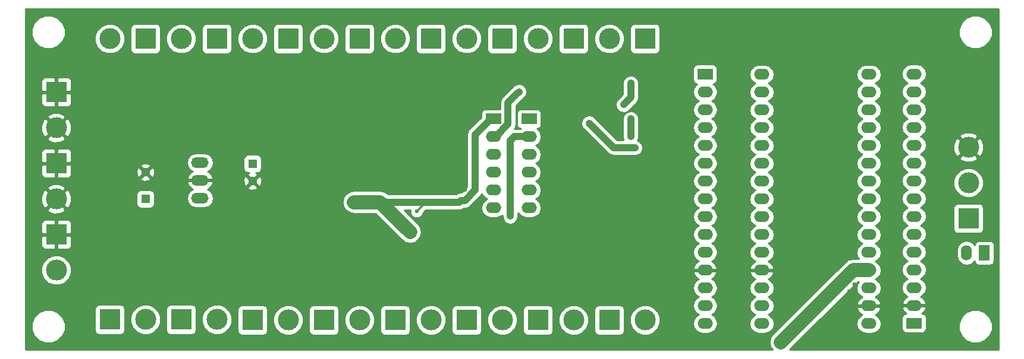
<source format=gbr>
G04 #@! TF.FileFunction,Copper,L2,Bot,Signal*
%FSLAX46Y46*%
G04 Gerber Fmt 4.6, Leading zero omitted, Abs format (unit mm)*
G04 Created by KiCad (PCBNEW (2015-09-30 BZR 6232)-product) date Fri 09 Oct 2015 07:53:00 AM EEST*
%MOMM*%
G01*
G04 APERTURE LIST*
%ADD10C,0.100000*%
%ADD11O,2.199640X1.524000*%
%ADD12O,2.197100X1.524000*%
%ADD13R,2.999740X2.999740*%
%ADD14C,2.999740*%
%ADD15O,2.499360X1.501140*%
%ADD16R,2.199640X1.524000*%
%ADD17R,1.300000X1.300000*%
%ADD18C,1.300000*%
%ADD19R,1.524000X2.199640*%
%ADD20O,1.524000X2.199640*%
%ADD21C,0.600000*%
%ADD22C,2.000000*%
%ADD23C,1.000000*%
%ADD24C,0.300000*%
%ADD25C,0.254000*%
G04 APERTURE END LIST*
D10*
D11*
X171560000Y-132080000D03*
X171560000Y-129540000D03*
X171560000Y-127000000D03*
X171560000Y-124460000D03*
X171560000Y-121920000D03*
X171560000Y-119380000D03*
X171560000Y-116840000D03*
X171560000Y-114300000D03*
X171560000Y-111760000D03*
X171560000Y-109220000D03*
X171560000Y-106680000D03*
X171560000Y-104140000D03*
X171560000Y-101600000D03*
X171560000Y-99060000D03*
X171560000Y-96520000D03*
X186800000Y-96520000D03*
X186800000Y-99060000D03*
X186800000Y-101600000D03*
X186800000Y-104140000D03*
D12*
X186800000Y-106680000D03*
X186800000Y-109220000D03*
X186800000Y-111760000D03*
X186800000Y-114300000D03*
X186800000Y-116840000D03*
X186800000Y-119380000D03*
X186800000Y-121920000D03*
X186800000Y-124460000D03*
X186800000Y-127000000D03*
X186800000Y-129540000D03*
X186800000Y-132080000D03*
D13*
X71120000Y-119380000D03*
D14*
X71120000Y-124460000D03*
D13*
X71120000Y-109220000D03*
D14*
X71120000Y-114300000D03*
D15*
X91600000Y-111651040D03*
X91600000Y-114191040D03*
X91600000Y-109111040D03*
D13*
X154940000Y-91440000D03*
D14*
X149860000Y-91440000D03*
D13*
X144780000Y-91440000D03*
D14*
X139700000Y-91440000D03*
D13*
X134620000Y-91440000D03*
D14*
X129540000Y-91440000D03*
D13*
X124460000Y-91440000D03*
D14*
X119380000Y-91440000D03*
D13*
X114300000Y-91440000D03*
D14*
X109220000Y-91440000D03*
D13*
X104140000Y-91440000D03*
D14*
X99060000Y-91440000D03*
D13*
X93980000Y-91440000D03*
D14*
X88900000Y-91440000D03*
D13*
X83820000Y-91440000D03*
D14*
X78740000Y-91440000D03*
D13*
X78740000Y-131506596D03*
D14*
X83820000Y-131506596D03*
D13*
X88900000Y-131506596D03*
D14*
X93980000Y-131506596D03*
D13*
X99060000Y-131580000D03*
D14*
X104140000Y-131580000D03*
D13*
X109220000Y-131580000D03*
D14*
X114300000Y-131580000D03*
D13*
X119380000Y-131580000D03*
D14*
X124460000Y-131580000D03*
D13*
X129540000Y-131580000D03*
D14*
X134620000Y-131580000D03*
D13*
X139700000Y-131580000D03*
D14*
X144780000Y-131580000D03*
D13*
X149860000Y-131580000D03*
D14*
X154940000Y-131580000D03*
D16*
X133350000Y-102870000D03*
D11*
X133350000Y-105410000D03*
X133350000Y-107950000D03*
X133350000Y-110490000D03*
X133350000Y-113030000D03*
X133350000Y-115570000D03*
D16*
X138430000Y-102870000D03*
D11*
X138430000Y-105410000D03*
X138430000Y-107950000D03*
X138430000Y-110490000D03*
X138430000Y-113030000D03*
X138430000Y-115570000D03*
D13*
X71120000Y-99060000D03*
D14*
X71120000Y-104140000D03*
D17*
X83820000Y-114300000D03*
D18*
X83820000Y-110500000D03*
X99060000Y-111760000D03*
D17*
X99060000Y-109260000D03*
D19*
X203270000Y-122000000D03*
D20*
X200730000Y-122000000D03*
D13*
X201000000Y-117080000D03*
D14*
X201000000Y-112000000D03*
X201000000Y-106920000D03*
D16*
X163500000Y-96500000D03*
D11*
X163500000Y-99040000D03*
X163500000Y-101580000D03*
X163500000Y-104120000D03*
X163500000Y-106660000D03*
X163500000Y-109200000D03*
X163500000Y-111740000D03*
X163500000Y-114280000D03*
X163500000Y-116820000D03*
X163500000Y-119360000D03*
X163500000Y-121900000D03*
X163500000Y-124440000D03*
X163500000Y-126980000D03*
X163500000Y-129520000D03*
X163500000Y-132060000D03*
D16*
X193250000Y-132030000D03*
D11*
X193250000Y-129490000D03*
X193250000Y-126950000D03*
X193250000Y-124410000D03*
X193250000Y-121870000D03*
X193250000Y-119330000D03*
X193250000Y-116790000D03*
X193250000Y-114250000D03*
X193250000Y-111710000D03*
X193250000Y-109170000D03*
X193250000Y-106630000D03*
X193250000Y-104090000D03*
X193250000Y-101550000D03*
X193250000Y-99010000D03*
X193250000Y-96470000D03*
D21*
X121500000Y-119000000D03*
X174290000Y-134750000D03*
X128750000Y-114500000D03*
X113500000Y-114750000D03*
X124364806Y-114560000D03*
X122428000Y-116078000D03*
X182000000Y-132500000D03*
X183500000Y-131500000D03*
X147250000Y-128250000D03*
X135000000Y-128250000D03*
X126500000Y-130000000D03*
X114750000Y-128500000D03*
X104500000Y-128000000D03*
X93750000Y-127500000D03*
X84500000Y-127000000D03*
X98500000Y-94750000D03*
X88750000Y-95500000D03*
X111500000Y-97000000D03*
X120000000Y-97000000D03*
X125250000Y-95250000D03*
X128750000Y-95250000D03*
X138500000Y-95000000D03*
X144750000Y-95500000D03*
X146750000Y-101000000D03*
X142750000Y-105000000D03*
X146500000Y-114250000D03*
X122000000Y-122250000D03*
X126250000Y-103750000D03*
X127250000Y-102750000D03*
X184000000Y-127500000D03*
X184750000Y-126500000D03*
X128016000Y-116840000D03*
X128016000Y-116078000D03*
X128778000Y-112268000D03*
X129286000Y-113030000D03*
X128524000Y-113030000D03*
X123698000Y-107584010D03*
X124460000Y-108458000D03*
X124460000Y-109474000D03*
X147000000Y-103500000D03*
X153500000Y-107000000D03*
X152908000Y-102870000D03*
X152908000Y-105410000D03*
X137000000Y-98999994D03*
X151891994Y-100838000D03*
X152908000Y-97790000D03*
X135750000Y-116750000D03*
D22*
X121200001Y-118700001D02*
X121500000Y-119000000D01*
X117250000Y-114750000D02*
X121200001Y-118700001D01*
X113500000Y-114750000D02*
X117250000Y-114750000D01*
X174290000Y-134750000D02*
X184580000Y-124460000D01*
X184580000Y-124460000D02*
X186800000Y-124460000D01*
D23*
X128750000Y-114500000D02*
X129296002Y-114500000D01*
X129296002Y-114500000D02*
X130750000Y-113046002D01*
X130750000Y-113046002D02*
X130750000Y-105132180D01*
X130750000Y-105132180D02*
X133012180Y-102870000D01*
X133012180Y-102870000D02*
X133350000Y-102870000D01*
X113500000Y-114750000D02*
X128500000Y-114750000D01*
X128500000Y-114750000D02*
X128750000Y-114500000D01*
D24*
X122428000Y-116078000D02*
X123946000Y-114560000D01*
X123946000Y-114560000D02*
X124364806Y-114560000D01*
X83820000Y-110500000D02*
X81970129Y-112349871D01*
X81970129Y-112349871D02*
X81970129Y-124970129D01*
X81970129Y-124970129D02*
X84000000Y-127000000D01*
X84000000Y-127000000D02*
X84500000Y-127000000D01*
X161160180Y-124460000D02*
X171560000Y-124460000D01*
X135000000Y-128250000D02*
X147250000Y-128250000D01*
X128500000Y-128000000D02*
X134750000Y-128000000D01*
X134750000Y-128000000D02*
X135000000Y-128250000D01*
X126500000Y-130000000D02*
X128500000Y-128000000D01*
X114750000Y-128500000D02*
X125000000Y-128500000D01*
X125000000Y-128500000D02*
X126500000Y-130000000D01*
X114250000Y-128000000D02*
X114750000Y-128500000D01*
X104500000Y-128000000D02*
X114250000Y-128000000D01*
X93750000Y-127500000D02*
X104000000Y-127500000D01*
X104000000Y-127500000D02*
X104500000Y-128000000D01*
X84500000Y-127000000D02*
X93250000Y-127000000D01*
X93250000Y-127000000D02*
X93750000Y-127500000D01*
X98799999Y-95049999D02*
X98500000Y-94750000D01*
X111500000Y-97000000D02*
X100750000Y-97000000D01*
X97750000Y-95500000D02*
X98200001Y-95049999D01*
X88750000Y-95500000D02*
X97750000Y-95500000D01*
X98200001Y-95049999D02*
X98500000Y-94750000D01*
X100750000Y-97000000D02*
X98799999Y-95049999D01*
X120000000Y-97000000D02*
X111500000Y-97000000D01*
X125250000Y-95250000D02*
X121750000Y-95250000D01*
X121750000Y-95250000D02*
X120000000Y-97000000D01*
X128750000Y-95250000D02*
X125250000Y-95250000D01*
X138500000Y-95000000D02*
X129000000Y-95000000D01*
X129000000Y-95000000D02*
X128750000Y-95250000D01*
X144750000Y-95500000D02*
X139000000Y-95500000D01*
X139000000Y-95500000D02*
X138500000Y-95000000D01*
X142750000Y-105000000D02*
X142750000Y-97500000D01*
X142750000Y-97500000D02*
X144750000Y-95500000D01*
X142750000Y-105000000D02*
X146750000Y-101000000D01*
X146500000Y-114250000D02*
X146500000Y-108750000D01*
X146500000Y-108750000D02*
X142750000Y-105000000D01*
X155700180Y-119000000D02*
X151250000Y-119000000D01*
X151250000Y-119000000D02*
X146500000Y-114250000D01*
X171560000Y-124460000D02*
X170160180Y-124460000D01*
X161160180Y-124460000D02*
X155700180Y-119000000D01*
X128016000Y-116840000D02*
X127410000Y-116840000D01*
X127410000Y-116840000D02*
X122000000Y-122250000D01*
X127250000Y-102750000D02*
X126250000Y-103750000D01*
X184750000Y-126500000D02*
X184750000Y-126750000D01*
X184750000Y-126750000D02*
X184000000Y-127500000D01*
X128016000Y-116078000D02*
X128016000Y-116840000D01*
X129286000Y-113030000D02*
X129286000Y-112776000D01*
X129286000Y-112776000D02*
X128778000Y-112268000D01*
X123698000Y-107584010D02*
X128524000Y-112410010D01*
X128524000Y-112410010D02*
X128524000Y-113030000D01*
X124460000Y-109474000D02*
X124460000Y-108458000D01*
D23*
X153500000Y-107000000D02*
X150500000Y-107000000D01*
X150500000Y-107000000D02*
X147000000Y-103500000D01*
X152908000Y-105410000D02*
X152908000Y-102870000D01*
X136700001Y-99299993D02*
X137000000Y-98999994D01*
X135449820Y-103648000D02*
X135449820Y-100550174D01*
X133350000Y-105410000D02*
X133687820Y-105410000D01*
X135449820Y-100550174D02*
X136700001Y-99299993D01*
X133687820Y-105410000D02*
X135449820Y-103648000D01*
X152908000Y-99821994D02*
X152191993Y-100538001D01*
X152908000Y-97790000D02*
X152908000Y-99821994D01*
X152191993Y-100538001D02*
X151891994Y-100838000D01*
X135750000Y-116750000D02*
X135750000Y-105990180D01*
X135750000Y-105990180D02*
X136330180Y-105410000D01*
X136330180Y-105410000D02*
X138430000Y-105410000D01*
D25*
G36*
X205290000Y-135790000D02*
X175562240Y-135790000D01*
X179272239Y-132080000D01*
X185032488Y-132080000D01*
X185138828Y-132614609D01*
X185441660Y-133067828D01*
X185894879Y-133370660D01*
X186429488Y-133477000D01*
X187170512Y-133477000D01*
X187705121Y-133370660D01*
X188158340Y-133067828D01*
X188461172Y-132614609D01*
X188567512Y-132080000D01*
X188461172Y-131545391D01*
X188275825Y-131268000D01*
X191502740Y-131268000D01*
X191502740Y-132792000D01*
X191547018Y-133027317D01*
X191686090Y-133243441D01*
X191898290Y-133388431D01*
X192150180Y-133439440D01*
X194349820Y-133439440D01*
X194585137Y-133395162D01*
X194801261Y-133256090D01*
X194946251Y-133043890D01*
X194960743Y-132972325D01*
X199614587Y-132972325D01*
X199976916Y-133849229D01*
X200647242Y-134520726D01*
X201523513Y-134884585D01*
X202472325Y-134885413D01*
X203349229Y-134523084D01*
X204020726Y-133852758D01*
X204384585Y-132976487D01*
X204385413Y-132027675D01*
X204023084Y-131150771D01*
X203352758Y-130479274D01*
X202476487Y-130115415D01*
X201527675Y-130114587D01*
X200650771Y-130476916D01*
X199979274Y-131147242D01*
X199615415Y-132023513D01*
X199614587Y-132972325D01*
X194960743Y-132972325D01*
X194997260Y-132792000D01*
X194997260Y-131268000D01*
X194952982Y-131032683D01*
X194813910Y-130816559D01*
X194601710Y-130671569D01*
X194372133Y-130625079D01*
X194665450Y-130388026D01*
X194927080Y-129907277D01*
X194942040Y-129833070D01*
X194819540Y-129617000D01*
X193377000Y-129617000D01*
X193377000Y-129637000D01*
X193123000Y-129637000D01*
X193123000Y-129617000D01*
X191680460Y-129617000D01*
X191557960Y-129833070D01*
X191572920Y-129907277D01*
X191834550Y-130388026D01*
X192127546Y-130624819D01*
X191914863Y-130664838D01*
X191698739Y-130803910D01*
X191553749Y-131016110D01*
X191502740Y-131268000D01*
X188275825Y-131268000D01*
X188158340Y-131092172D01*
X187723107Y-130801358D01*
X187788491Y-130782059D01*
X188214180Y-130438026D01*
X188475810Y-129957277D01*
X188490770Y-129883070D01*
X188368270Y-129667000D01*
X186927000Y-129667000D01*
X186927000Y-129687000D01*
X186673000Y-129687000D01*
X186673000Y-129667000D01*
X185231730Y-129667000D01*
X185109230Y-129883070D01*
X185124190Y-129957277D01*
X185385820Y-130438026D01*
X185811509Y-130782059D01*
X185876893Y-130801358D01*
X185441660Y-131092172D01*
X185138828Y-131545391D01*
X185032488Y-132080000D01*
X179272239Y-132080000D01*
X185257239Y-126095000D01*
X185386316Y-126095000D01*
X185138828Y-126465391D01*
X185032488Y-127000000D01*
X185138828Y-127534609D01*
X185441660Y-127987828D01*
X185876893Y-128278642D01*
X185811509Y-128297941D01*
X185385820Y-128641974D01*
X185124190Y-129122723D01*
X185109230Y-129196930D01*
X185231730Y-129413000D01*
X186673000Y-129413000D01*
X186673000Y-129393000D01*
X186927000Y-129393000D01*
X186927000Y-129413000D01*
X188368270Y-129413000D01*
X188490770Y-129196930D01*
X188475810Y-129122723D01*
X188214180Y-128641974D01*
X187788491Y-128297941D01*
X187723107Y-128278642D01*
X188158340Y-127987828D01*
X188461172Y-127534609D01*
X188567512Y-127000000D01*
X188461172Y-126465391D01*
X188158340Y-126012172D01*
X187760863Y-125746586D01*
X187956120Y-125616120D01*
X187996163Y-125556192D01*
X188158340Y-125447828D01*
X188461172Y-124994609D01*
X188567512Y-124460000D01*
X188461172Y-123925391D01*
X188158340Y-123472172D01*
X187996163Y-123363808D01*
X187956120Y-123303880D01*
X187760863Y-123173414D01*
X188158340Y-122907828D01*
X188461172Y-122454609D01*
X188567512Y-121920000D01*
X188461172Y-121385391D01*
X188158340Y-120932172D01*
X187736041Y-120650000D01*
X188158340Y-120367828D01*
X188461172Y-119914609D01*
X188567512Y-119380000D01*
X188461172Y-118845391D01*
X188158340Y-118392172D01*
X187736041Y-118110000D01*
X188158340Y-117827828D01*
X188461172Y-117374609D01*
X188567512Y-116840000D01*
X188461172Y-116305391D01*
X188158340Y-115852172D01*
X187736041Y-115570000D01*
X188158340Y-115287828D01*
X188461172Y-114834609D01*
X188567512Y-114300000D01*
X188461172Y-113765391D01*
X188158340Y-113312172D01*
X187736041Y-113030000D01*
X188158340Y-112747828D01*
X188461172Y-112294609D01*
X188567512Y-111760000D01*
X188461172Y-111225391D01*
X188158340Y-110772172D01*
X187736041Y-110490000D01*
X188158340Y-110207828D01*
X188461172Y-109754609D01*
X188567512Y-109220000D01*
X188461172Y-108685391D01*
X188158340Y-108232172D01*
X187736041Y-107950000D01*
X188158340Y-107667828D01*
X188461172Y-107214609D01*
X188567512Y-106680000D01*
X188461172Y-106145391D01*
X188158340Y-105692172D01*
X187736688Y-105410433D01*
X188159635Y-105127828D01*
X188462467Y-104674609D01*
X188568807Y-104140000D01*
X188462467Y-103605391D01*
X188159635Y-103152172D01*
X187737336Y-102870000D01*
X188159635Y-102587828D01*
X188462467Y-102134609D01*
X188568807Y-101600000D01*
X188462467Y-101065391D01*
X188159635Y-100612172D01*
X187737336Y-100330000D01*
X188159635Y-100047828D01*
X188462467Y-99594609D01*
X188568807Y-99060000D01*
X188462467Y-98525391D01*
X188159635Y-98072172D01*
X187737336Y-97790000D01*
X188159635Y-97507828D01*
X188462467Y-97054609D01*
X188568807Y-96520000D01*
X188558862Y-96470000D01*
X191481193Y-96470000D01*
X191587533Y-97004609D01*
X191890365Y-97457828D01*
X192312664Y-97740000D01*
X191890365Y-98022172D01*
X191587533Y-98475391D01*
X191481193Y-99010000D01*
X191587533Y-99544609D01*
X191890365Y-99997828D01*
X192312664Y-100280000D01*
X191890365Y-100562172D01*
X191587533Y-101015391D01*
X191481193Y-101550000D01*
X191587533Y-102084609D01*
X191890365Y-102537828D01*
X192312664Y-102820000D01*
X191890365Y-103102172D01*
X191587533Y-103555391D01*
X191481193Y-104090000D01*
X191587533Y-104624609D01*
X191890365Y-105077828D01*
X192312664Y-105360000D01*
X191890365Y-105642172D01*
X191587533Y-106095391D01*
X191481193Y-106630000D01*
X191587533Y-107164609D01*
X191890365Y-107617828D01*
X192312664Y-107900000D01*
X191890365Y-108182172D01*
X191587533Y-108635391D01*
X191481193Y-109170000D01*
X191587533Y-109704609D01*
X191890365Y-110157828D01*
X192312664Y-110440000D01*
X191890365Y-110722172D01*
X191587533Y-111175391D01*
X191481193Y-111710000D01*
X191587533Y-112244609D01*
X191890365Y-112697828D01*
X192312664Y-112980000D01*
X191890365Y-113262172D01*
X191587533Y-113715391D01*
X191481193Y-114250000D01*
X191587533Y-114784609D01*
X191890365Y-115237828D01*
X192312664Y-115520000D01*
X191890365Y-115802172D01*
X191587533Y-116255391D01*
X191481193Y-116790000D01*
X191587533Y-117324609D01*
X191890365Y-117777828D01*
X192312664Y-118060000D01*
X191890365Y-118342172D01*
X191587533Y-118795391D01*
X191481193Y-119330000D01*
X191587533Y-119864609D01*
X191890365Y-120317828D01*
X192312664Y-120600000D01*
X191890365Y-120882172D01*
X191587533Y-121335391D01*
X191481193Y-121870000D01*
X191587533Y-122404609D01*
X191890365Y-122857828D01*
X192312664Y-123140000D01*
X191890365Y-123422172D01*
X191587533Y-123875391D01*
X191481193Y-124410000D01*
X191587533Y-124944609D01*
X191890365Y-125397828D01*
X192312664Y-125680000D01*
X191890365Y-125962172D01*
X191587533Y-126415391D01*
X191481193Y-126950000D01*
X191587533Y-127484609D01*
X191890365Y-127937828D01*
X192325606Y-128228647D01*
X192260239Y-128247941D01*
X191834550Y-128591974D01*
X191572920Y-129072723D01*
X191557960Y-129146930D01*
X191680460Y-129363000D01*
X193123000Y-129363000D01*
X193123000Y-129343000D01*
X193377000Y-129343000D01*
X193377000Y-129363000D01*
X194819540Y-129363000D01*
X194942040Y-129146930D01*
X194927080Y-129072723D01*
X194665450Y-128591974D01*
X194239761Y-128247941D01*
X194174394Y-128228647D01*
X194609635Y-127937828D01*
X194912467Y-127484609D01*
X195018807Y-126950000D01*
X194912467Y-126415391D01*
X194609635Y-125962172D01*
X194187336Y-125680000D01*
X194609635Y-125397828D01*
X194912467Y-124944609D01*
X195018807Y-124410000D01*
X194912467Y-123875391D01*
X194609635Y-123422172D01*
X194187336Y-123140000D01*
X194609635Y-122857828D01*
X194912467Y-122404609D01*
X195018807Y-121870000D01*
X194970709Y-121628193D01*
X199333000Y-121628193D01*
X199333000Y-122371807D01*
X199439340Y-122906416D01*
X199742172Y-123359635D01*
X200195391Y-123662467D01*
X200730000Y-123768807D01*
X201264609Y-123662467D01*
X201717828Y-123359635D01*
X201867343Y-123135870D01*
X201904838Y-123335137D01*
X202043910Y-123551261D01*
X202256110Y-123696251D01*
X202508000Y-123747260D01*
X204032000Y-123747260D01*
X204267317Y-123702982D01*
X204483441Y-123563910D01*
X204628431Y-123351710D01*
X204679440Y-123099820D01*
X204679440Y-120900180D01*
X204635162Y-120664863D01*
X204496090Y-120448739D01*
X204283890Y-120303749D01*
X204032000Y-120252740D01*
X202508000Y-120252740D01*
X202272683Y-120297018D01*
X202056559Y-120436090D01*
X201911569Y-120648290D01*
X201867740Y-120864724D01*
X201717828Y-120640365D01*
X201264609Y-120337533D01*
X200730000Y-120231193D01*
X200195391Y-120337533D01*
X199742172Y-120640365D01*
X199439340Y-121093584D01*
X199333000Y-121628193D01*
X194970709Y-121628193D01*
X194912467Y-121335391D01*
X194609635Y-120882172D01*
X194187336Y-120600000D01*
X194609635Y-120317828D01*
X194912467Y-119864609D01*
X195018807Y-119330000D01*
X194912467Y-118795391D01*
X194609635Y-118342172D01*
X194187336Y-118060000D01*
X194609635Y-117777828D01*
X194912467Y-117324609D01*
X195018807Y-116790000D01*
X194912467Y-116255391D01*
X194609635Y-115802172D01*
X194277327Y-115580130D01*
X198852690Y-115580130D01*
X198852690Y-118579870D01*
X198896968Y-118815187D01*
X199036040Y-119031311D01*
X199248240Y-119176301D01*
X199500130Y-119227310D01*
X202499870Y-119227310D01*
X202735187Y-119183032D01*
X202951311Y-119043960D01*
X203096301Y-118831760D01*
X203147310Y-118579870D01*
X203147310Y-115580130D01*
X203103032Y-115344813D01*
X202963960Y-115128689D01*
X202751760Y-114983699D01*
X202499870Y-114932690D01*
X199500130Y-114932690D01*
X199264813Y-114976968D01*
X199048689Y-115116040D01*
X198903699Y-115328240D01*
X198852690Y-115580130D01*
X194277327Y-115580130D01*
X194187336Y-115520000D01*
X194609635Y-115237828D01*
X194912467Y-114784609D01*
X195018807Y-114250000D01*
X194912467Y-113715391D01*
X194609635Y-113262172D01*
X194187336Y-112980000D01*
X194609635Y-112697828D01*
X194793410Y-112422789D01*
X198864760Y-112422789D01*
X199189090Y-113207727D01*
X199789114Y-113808800D01*
X200573485Y-114134499D01*
X201422789Y-114135240D01*
X202207727Y-113810910D01*
X202808800Y-113210886D01*
X203134499Y-112426515D01*
X203135240Y-111577211D01*
X202810910Y-110792273D01*
X202210886Y-110191200D01*
X201426515Y-109865501D01*
X200577211Y-109864760D01*
X199792273Y-110189090D01*
X199191200Y-110789114D01*
X198865501Y-111573485D01*
X198864760Y-112422789D01*
X194793410Y-112422789D01*
X194912467Y-112244609D01*
X195018807Y-111710000D01*
X194912467Y-111175391D01*
X194609635Y-110722172D01*
X194187336Y-110440000D01*
X194609635Y-110157828D01*
X194912467Y-109704609D01*
X195018807Y-109170000D01*
X194912467Y-108635391D01*
X194777820Y-108433877D01*
X199665728Y-108433877D01*
X199825495Y-108752632D01*
X200616217Y-109062595D01*
X201465366Y-109046367D01*
X202174505Y-108752632D01*
X202334272Y-108433877D01*
X201000000Y-107099605D01*
X199665728Y-108433877D01*
X194777820Y-108433877D01*
X194609635Y-108182172D01*
X194187336Y-107900000D01*
X194609635Y-107617828D01*
X194912467Y-107164609D01*
X195018807Y-106630000D01*
X195000153Y-106536217D01*
X198857405Y-106536217D01*
X198873633Y-107385366D01*
X199167368Y-108094505D01*
X199486123Y-108254272D01*
X200820395Y-106920000D01*
X201179605Y-106920000D01*
X202513877Y-108254272D01*
X202832632Y-108094505D01*
X203142595Y-107303783D01*
X203126367Y-106454634D01*
X202832632Y-105745495D01*
X202513877Y-105585728D01*
X201179605Y-106920000D01*
X200820395Y-106920000D01*
X199486123Y-105585728D01*
X199167368Y-105745495D01*
X198857405Y-106536217D01*
X195000153Y-106536217D01*
X194912467Y-106095391D01*
X194609635Y-105642172D01*
X194256364Y-105406123D01*
X199665728Y-105406123D01*
X201000000Y-106740395D01*
X202334272Y-105406123D01*
X202174505Y-105087368D01*
X201383783Y-104777405D01*
X200534634Y-104793633D01*
X199825495Y-105087368D01*
X199665728Y-105406123D01*
X194256364Y-105406123D01*
X194187336Y-105360000D01*
X194609635Y-105077828D01*
X194912467Y-104624609D01*
X195018807Y-104090000D01*
X194912467Y-103555391D01*
X194609635Y-103102172D01*
X194187336Y-102820000D01*
X194609635Y-102537828D01*
X194912467Y-102084609D01*
X195018807Y-101550000D01*
X194912467Y-101015391D01*
X194609635Y-100562172D01*
X194187336Y-100280000D01*
X194609635Y-99997828D01*
X194912467Y-99544609D01*
X195018807Y-99010000D01*
X194912467Y-98475391D01*
X194609635Y-98022172D01*
X194187336Y-97740000D01*
X194609635Y-97457828D01*
X194912467Y-97004609D01*
X195018807Y-96470000D01*
X194912467Y-95935391D01*
X194609635Y-95482172D01*
X194156416Y-95179340D01*
X193621807Y-95073000D01*
X192878193Y-95073000D01*
X192343584Y-95179340D01*
X191890365Y-95482172D01*
X191587533Y-95935391D01*
X191481193Y-96470000D01*
X188558862Y-96470000D01*
X188462467Y-95985391D01*
X188159635Y-95532172D01*
X187706416Y-95229340D01*
X187171807Y-95123000D01*
X186428193Y-95123000D01*
X185893584Y-95229340D01*
X185440365Y-95532172D01*
X185137533Y-95985391D01*
X185031193Y-96520000D01*
X185137533Y-97054609D01*
X185440365Y-97507828D01*
X185862664Y-97790000D01*
X185440365Y-98072172D01*
X185137533Y-98525391D01*
X185031193Y-99060000D01*
X185137533Y-99594609D01*
X185440365Y-100047828D01*
X185862664Y-100330000D01*
X185440365Y-100612172D01*
X185137533Y-101065391D01*
X185031193Y-101600000D01*
X185137533Y-102134609D01*
X185440365Y-102587828D01*
X185862664Y-102870000D01*
X185440365Y-103152172D01*
X185137533Y-103605391D01*
X185031193Y-104140000D01*
X185137533Y-104674609D01*
X185440365Y-105127828D01*
X185863312Y-105410433D01*
X185441660Y-105692172D01*
X185138828Y-106145391D01*
X185032488Y-106680000D01*
X185138828Y-107214609D01*
X185441660Y-107667828D01*
X185863959Y-107950000D01*
X185441660Y-108232172D01*
X185138828Y-108685391D01*
X185032488Y-109220000D01*
X185138828Y-109754609D01*
X185441660Y-110207828D01*
X185863959Y-110490000D01*
X185441660Y-110772172D01*
X185138828Y-111225391D01*
X185032488Y-111760000D01*
X185138828Y-112294609D01*
X185441660Y-112747828D01*
X185863959Y-113030000D01*
X185441660Y-113312172D01*
X185138828Y-113765391D01*
X185032488Y-114300000D01*
X185138828Y-114834609D01*
X185441660Y-115287828D01*
X185863959Y-115570000D01*
X185441660Y-115852172D01*
X185138828Y-116305391D01*
X185032488Y-116840000D01*
X185138828Y-117374609D01*
X185441660Y-117827828D01*
X185863959Y-118110000D01*
X185441660Y-118392172D01*
X185138828Y-118845391D01*
X185032488Y-119380000D01*
X185138828Y-119914609D01*
X185441660Y-120367828D01*
X185863959Y-120650000D01*
X185441660Y-120932172D01*
X185138828Y-121385391D01*
X185032488Y-121920000D01*
X185138828Y-122454609D01*
X185386316Y-122825000D01*
X184580005Y-122825000D01*
X184580000Y-122824999D01*
X183954313Y-122949457D01*
X183423880Y-123303880D01*
X183423878Y-123303883D01*
X173133880Y-133593880D01*
X172779457Y-134124312D01*
X172654999Y-134750000D01*
X172779457Y-135375688D01*
X173056291Y-135790000D01*
X66710000Y-135790000D01*
X66710000Y-132972325D01*
X67614587Y-132972325D01*
X67976916Y-133849229D01*
X68647242Y-134520726D01*
X69523513Y-134884585D01*
X70472325Y-134885413D01*
X71349229Y-134523084D01*
X72020726Y-133852758D01*
X72384585Y-132976487D01*
X72385413Y-132027675D01*
X72023084Y-131150771D01*
X71352758Y-130479274D01*
X70476487Y-130115415D01*
X69527675Y-130114587D01*
X68650771Y-130476916D01*
X67979274Y-131147242D01*
X67615415Y-132023513D01*
X67614587Y-132972325D01*
X66710000Y-132972325D01*
X66710000Y-130006726D01*
X76592690Y-130006726D01*
X76592690Y-133006466D01*
X76636968Y-133241783D01*
X76776040Y-133457907D01*
X76988240Y-133602897D01*
X77240130Y-133653906D01*
X80239870Y-133653906D01*
X80475187Y-133609628D01*
X80691311Y-133470556D01*
X80836301Y-133258356D01*
X80887310Y-133006466D01*
X80887310Y-131929385D01*
X81684760Y-131929385D01*
X82009090Y-132714323D01*
X82609114Y-133315396D01*
X83393485Y-133641095D01*
X84242789Y-133641836D01*
X85027727Y-133317506D01*
X85628800Y-132717482D01*
X85954499Y-131933111D01*
X85955240Y-131083807D01*
X85630910Y-130298869D01*
X85339277Y-130006726D01*
X86752690Y-130006726D01*
X86752690Y-133006466D01*
X86796968Y-133241783D01*
X86936040Y-133457907D01*
X87148240Y-133602897D01*
X87400130Y-133653906D01*
X90399870Y-133653906D01*
X90635187Y-133609628D01*
X90851311Y-133470556D01*
X90996301Y-133258356D01*
X91047310Y-133006466D01*
X91047310Y-131929385D01*
X91844760Y-131929385D01*
X92169090Y-132714323D01*
X92769114Y-133315396D01*
X93553485Y-133641095D01*
X94402789Y-133641836D01*
X95187727Y-133317506D01*
X95788800Y-132717482D01*
X96114499Y-131933111D01*
X96115240Y-131083807D01*
X95790910Y-130298869D01*
X95572553Y-130080130D01*
X96912690Y-130080130D01*
X96912690Y-133079870D01*
X96956968Y-133315187D01*
X97096040Y-133531311D01*
X97308240Y-133676301D01*
X97560130Y-133727310D01*
X100559870Y-133727310D01*
X100795187Y-133683032D01*
X101011311Y-133543960D01*
X101156301Y-133331760D01*
X101207310Y-133079870D01*
X101207310Y-132002789D01*
X102004760Y-132002789D01*
X102329090Y-132787727D01*
X102929114Y-133388800D01*
X103713485Y-133714499D01*
X104562789Y-133715240D01*
X105347727Y-133390910D01*
X105948800Y-132790886D01*
X106274499Y-132006515D01*
X106275240Y-131157211D01*
X105950910Y-130372273D01*
X105659277Y-130080130D01*
X107072690Y-130080130D01*
X107072690Y-133079870D01*
X107116968Y-133315187D01*
X107256040Y-133531311D01*
X107468240Y-133676301D01*
X107720130Y-133727310D01*
X110719870Y-133727310D01*
X110955187Y-133683032D01*
X111171311Y-133543960D01*
X111316301Y-133331760D01*
X111367310Y-133079870D01*
X111367310Y-132002789D01*
X112164760Y-132002789D01*
X112489090Y-132787727D01*
X113089114Y-133388800D01*
X113873485Y-133714499D01*
X114722789Y-133715240D01*
X115507727Y-133390910D01*
X116108800Y-132790886D01*
X116434499Y-132006515D01*
X116435240Y-131157211D01*
X116110910Y-130372273D01*
X115819277Y-130080130D01*
X117232690Y-130080130D01*
X117232690Y-133079870D01*
X117276968Y-133315187D01*
X117416040Y-133531311D01*
X117628240Y-133676301D01*
X117880130Y-133727310D01*
X120879870Y-133727310D01*
X121115187Y-133683032D01*
X121331311Y-133543960D01*
X121476301Y-133331760D01*
X121527310Y-133079870D01*
X121527310Y-132002789D01*
X122324760Y-132002789D01*
X122649090Y-132787727D01*
X123249114Y-133388800D01*
X124033485Y-133714499D01*
X124882789Y-133715240D01*
X125667727Y-133390910D01*
X126268800Y-132790886D01*
X126594499Y-132006515D01*
X126595240Y-131157211D01*
X126270910Y-130372273D01*
X125979277Y-130080130D01*
X127392690Y-130080130D01*
X127392690Y-133079870D01*
X127436968Y-133315187D01*
X127576040Y-133531311D01*
X127788240Y-133676301D01*
X128040130Y-133727310D01*
X131039870Y-133727310D01*
X131275187Y-133683032D01*
X131491311Y-133543960D01*
X131636301Y-133331760D01*
X131687310Y-133079870D01*
X131687310Y-132002789D01*
X132484760Y-132002789D01*
X132809090Y-132787727D01*
X133409114Y-133388800D01*
X134193485Y-133714499D01*
X135042789Y-133715240D01*
X135827727Y-133390910D01*
X136428800Y-132790886D01*
X136754499Y-132006515D01*
X136755240Y-131157211D01*
X136430910Y-130372273D01*
X136139277Y-130080130D01*
X137552690Y-130080130D01*
X137552690Y-133079870D01*
X137596968Y-133315187D01*
X137736040Y-133531311D01*
X137948240Y-133676301D01*
X138200130Y-133727310D01*
X141199870Y-133727310D01*
X141435187Y-133683032D01*
X141651311Y-133543960D01*
X141796301Y-133331760D01*
X141847310Y-133079870D01*
X141847310Y-132002789D01*
X142644760Y-132002789D01*
X142969090Y-132787727D01*
X143569114Y-133388800D01*
X144353485Y-133714499D01*
X145202789Y-133715240D01*
X145987727Y-133390910D01*
X146588800Y-132790886D01*
X146914499Y-132006515D01*
X146915240Y-131157211D01*
X146590910Y-130372273D01*
X146299277Y-130080130D01*
X147712690Y-130080130D01*
X147712690Y-133079870D01*
X147756968Y-133315187D01*
X147896040Y-133531311D01*
X148108240Y-133676301D01*
X148360130Y-133727310D01*
X151359870Y-133727310D01*
X151595187Y-133683032D01*
X151811311Y-133543960D01*
X151956301Y-133331760D01*
X152007310Y-133079870D01*
X152007310Y-132002789D01*
X152804760Y-132002789D01*
X153129090Y-132787727D01*
X153729114Y-133388800D01*
X154513485Y-133714499D01*
X155362789Y-133715240D01*
X156147727Y-133390910D01*
X156748800Y-132790886D01*
X157074499Y-132006515D01*
X157075240Y-131157211D01*
X156750910Y-130372273D01*
X156150886Y-129771200D01*
X155366515Y-129445501D01*
X154517211Y-129444760D01*
X153732273Y-129769090D01*
X153131200Y-130369114D01*
X152805501Y-131153485D01*
X152804760Y-132002789D01*
X152007310Y-132002789D01*
X152007310Y-130080130D01*
X151963032Y-129844813D01*
X151823960Y-129628689D01*
X151611760Y-129483699D01*
X151359870Y-129432690D01*
X148360130Y-129432690D01*
X148124813Y-129476968D01*
X147908689Y-129616040D01*
X147763699Y-129828240D01*
X147712690Y-130080130D01*
X146299277Y-130080130D01*
X145990886Y-129771200D01*
X145206515Y-129445501D01*
X144357211Y-129444760D01*
X143572273Y-129769090D01*
X142971200Y-130369114D01*
X142645501Y-131153485D01*
X142644760Y-132002789D01*
X141847310Y-132002789D01*
X141847310Y-130080130D01*
X141803032Y-129844813D01*
X141663960Y-129628689D01*
X141451760Y-129483699D01*
X141199870Y-129432690D01*
X138200130Y-129432690D01*
X137964813Y-129476968D01*
X137748689Y-129616040D01*
X137603699Y-129828240D01*
X137552690Y-130080130D01*
X136139277Y-130080130D01*
X135830886Y-129771200D01*
X135046515Y-129445501D01*
X134197211Y-129444760D01*
X133412273Y-129769090D01*
X132811200Y-130369114D01*
X132485501Y-131153485D01*
X132484760Y-132002789D01*
X131687310Y-132002789D01*
X131687310Y-130080130D01*
X131643032Y-129844813D01*
X131503960Y-129628689D01*
X131291760Y-129483699D01*
X131039870Y-129432690D01*
X128040130Y-129432690D01*
X127804813Y-129476968D01*
X127588689Y-129616040D01*
X127443699Y-129828240D01*
X127392690Y-130080130D01*
X125979277Y-130080130D01*
X125670886Y-129771200D01*
X124886515Y-129445501D01*
X124037211Y-129444760D01*
X123252273Y-129769090D01*
X122651200Y-130369114D01*
X122325501Y-131153485D01*
X122324760Y-132002789D01*
X121527310Y-132002789D01*
X121527310Y-130080130D01*
X121483032Y-129844813D01*
X121343960Y-129628689D01*
X121131760Y-129483699D01*
X120879870Y-129432690D01*
X117880130Y-129432690D01*
X117644813Y-129476968D01*
X117428689Y-129616040D01*
X117283699Y-129828240D01*
X117232690Y-130080130D01*
X115819277Y-130080130D01*
X115510886Y-129771200D01*
X114726515Y-129445501D01*
X113877211Y-129444760D01*
X113092273Y-129769090D01*
X112491200Y-130369114D01*
X112165501Y-131153485D01*
X112164760Y-132002789D01*
X111367310Y-132002789D01*
X111367310Y-130080130D01*
X111323032Y-129844813D01*
X111183960Y-129628689D01*
X110971760Y-129483699D01*
X110719870Y-129432690D01*
X107720130Y-129432690D01*
X107484813Y-129476968D01*
X107268689Y-129616040D01*
X107123699Y-129828240D01*
X107072690Y-130080130D01*
X105659277Y-130080130D01*
X105350886Y-129771200D01*
X104566515Y-129445501D01*
X103717211Y-129444760D01*
X102932273Y-129769090D01*
X102331200Y-130369114D01*
X102005501Y-131153485D01*
X102004760Y-132002789D01*
X101207310Y-132002789D01*
X101207310Y-130080130D01*
X101163032Y-129844813D01*
X101023960Y-129628689D01*
X100811760Y-129483699D01*
X100559870Y-129432690D01*
X97560130Y-129432690D01*
X97324813Y-129476968D01*
X97108689Y-129616040D01*
X96963699Y-129828240D01*
X96912690Y-130080130D01*
X95572553Y-130080130D01*
X95190886Y-129697796D01*
X94406515Y-129372097D01*
X93557211Y-129371356D01*
X92772273Y-129695686D01*
X92171200Y-130295710D01*
X91845501Y-131080081D01*
X91844760Y-131929385D01*
X91047310Y-131929385D01*
X91047310Y-130006726D01*
X91003032Y-129771409D01*
X90863960Y-129555285D01*
X90651760Y-129410295D01*
X90399870Y-129359286D01*
X87400130Y-129359286D01*
X87164813Y-129403564D01*
X86948689Y-129542636D01*
X86803699Y-129754836D01*
X86752690Y-130006726D01*
X85339277Y-130006726D01*
X85030886Y-129697796D01*
X84246515Y-129372097D01*
X83397211Y-129371356D01*
X82612273Y-129695686D01*
X82011200Y-130295710D01*
X81685501Y-131080081D01*
X81684760Y-131929385D01*
X80887310Y-131929385D01*
X80887310Y-130006726D01*
X80843032Y-129771409D01*
X80703960Y-129555285D01*
X80491760Y-129410295D01*
X80239870Y-129359286D01*
X77240130Y-129359286D01*
X77004813Y-129403564D01*
X76788689Y-129542636D01*
X76643699Y-129754836D01*
X76592690Y-130006726D01*
X66710000Y-130006726D01*
X66710000Y-126980000D01*
X161731193Y-126980000D01*
X161837533Y-127514609D01*
X162140365Y-127967828D01*
X162562664Y-128250000D01*
X162140365Y-128532172D01*
X161837533Y-128985391D01*
X161731193Y-129520000D01*
X161837533Y-130054609D01*
X162140365Y-130507828D01*
X162562664Y-130790000D01*
X162140365Y-131072172D01*
X161837533Y-131525391D01*
X161731193Y-132060000D01*
X161837533Y-132594609D01*
X162140365Y-133047828D01*
X162593584Y-133350660D01*
X163128193Y-133457000D01*
X163871807Y-133457000D01*
X164406416Y-133350660D01*
X164859635Y-133047828D01*
X165162467Y-132594609D01*
X165268807Y-132060000D01*
X165162467Y-131525391D01*
X164859635Y-131072172D01*
X164437336Y-130790000D01*
X164859635Y-130507828D01*
X165162467Y-130054609D01*
X165268807Y-129520000D01*
X165162467Y-128985391D01*
X164859635Y-128532172D01*
X164437336Y-128250000D01*
X164859635Y-127967828D01*
X165162467Y-127514609D01*
X165264828Y-127000000D01*
X169791193Y-127000000D01*
X169897533Y-127534609D01*
X170200365Y-127987828D01*
X170622664Y-128270000D01*
X170200365Y-128552172D01*
X169897533Y-129005391D01*
X169791193Y-129540000D01*
X169897533Y-130074609D01*
X170200365Y-130527828D01*
X170622664Y-130810000D01*
X170200365Y-131092172D01*
X169897533Y-131545391D01*
X169791193Y-132080000D01*
X169897533Y-132614609D01*
X170200365Y-133067828D01*
X170653584Y-133370660D01*
X171188193Y-133477000D01*
X171931807Y-133477000D01*
X172466416Y-133370660D01*
X172919635Y-133067828D01*
X173222467Y-132614609D01*
X173328807Y-132080000D01*
X173222467Y-131545391D01*
X172919635Y-131092172D01*
X172497336Y-130810000D01*
X172919635Y-130527828D01*
X173222467Y-130074609D01*
X173328807Y-129540000D01*
X173222467Y-129005391D01*
X172919635Y-128552172D01*
X172497336Y-128270000D01*
X172919635Y-127987828D01*
X173222467Y-127534609D01*
X173328807Y-127000000D01*
X173222467Y-126465391D01*
X172919635Y-126012172D01*
X172484394Y-125721353D01*
X172549761Y-125702059D01*
X172975450Y-125358026D01*
X173237080Y-124877277D01*
X173252040Y-124803070D01*
X173129540Y-124587000D01*
X171687000Y-124587000D01*
X171687000Y-124607000D01*
X171433000Y-124607000D01*
X171433000Y-124587000D01*
X169990460Y-124587000D01*
X169867960Y-124803070D01*
X169882920Y-124877277D01*
X170144550Y-125358026D01*
X170570239Y-125702059D01*
X170635606Y-125721353D01*
X170200365Y-126012172D01*
X169897533Y-126465391D01*
X169791193Y-127000000D01*
X165264828Y-127000000D01*
X165268807Y-126980000D01*
X165162467Y-126445391D01*
X164859635Y-125992172D01*
X164424394Y-125701353D01*
X164489761Y-125682059D01*
X164915450Y-125338026D01*
X165177080Y-124857277D01*
X165192040Y-124783070D01*
X165069540Y-124567000D01*
X163627000Y-124567000D01*
X163627000Y-124587000D01*
X163373000Y-124587000D01*
X163373000Y-124567000D01*
X161930460Y-124567000D01*
X161807960Y-124783070D01*
X161822920Y-124857277D01*
X162084550Y-125338026D01*
X162510239Y-125682059D01*
X162575606Y-125701353D01*
X162140365Y-125992172D01*
X161837533Y-126445391D01*
X161731193Y-126980000D01*
X66710000Y-126980000D01*
X66710000Y-124882789D01*
X68984760Y-124882789D01*
X69309090Y-125667727D01*
X69909114Y-126268800D01*
X70693485Y-126594499D01*
X71542789Y-126595240D01*
X72327727Y-126270910D01*
X72928800Y-125670886D01*
X73254499Y-124886515D01*
X73255240Y-124037211D01*
X72930910Y-123252273D01*
X72330886Y-122651200D01*
X71546515Y-122325501D01*
X70697211Y-122324760D01*
X69912273Y-122649090D01*
X69311200Y-123249114D01*
X68985501Y-124033485D01*
X68984760Y-124882789D01*
X66710000Y-124882789D01*
X66710000Y-119665750D01*
X68985130Y-119665750D01*
X68985130Y-121006179D01*
X69081803Y-121239568D01*
X69260431Y-121418197D01*
X69493820Y-121514870D01*
X70834250Y-121514870D01*
X70993000Y-121356120D01*
X70993000Y-119507000D01*
X71247000Y-119507000D01*
X71247000Y-121356120D01*
X71405750Y-121514870D01*
X72746180Y-121514870D01*
X72979569Y-121418197D01*
X73158197Y-121239568D01*
X73254870Y-121006179D01*
X73254870Y-119665750D01*
X73096120Y-119507000D01*
X71247000Y-119507000D01*
X70993000Y-119507000D01*
X69143880Y-119507000D01*
X68985130Y-119665750D01*
X66710000Y-119665750D01*
X66710000Y-117753821D01*
X68985130Y-117753821D01*
X68985130Y-119094250D01*
X69143880Y-119253000D01*
X70993000Y-119253000D01*
X70993000Y-117403880D01*
X71247000Y-117403880D01*
X71247000Y-119253000D01*
X73096120Y-119253000D01*
X73254870Y-119094250D01*
X73254870Y-117753821D01*
X73158197Y-117520432D01*
X72979569Y-117341803D01*
X72746180Y-117245130D01*
X71405750Y-117245130D01*
X71247000Y-117403880D01*
X70993000Y-117403880D01*
X70834250Y-117245130D01*
X69493820Y-117245130D01*
X69260431Y-117341803D01*
X69081803Y-117520432D01*
X68985130Y-117753821D01*
X66710000Y-117753821D01*
X66710000Y-115813877D01*
X69785728Y-115813877D01*
X69945495Y-116132632D01*
X70736217Y-116442595D01*
X71585366Y-116426367D01*
X72294505Y-116132632D01*
X72454272Y-115813877D01*
X71120000Y-114479605D01*
X69785728Y-115813877D01*
X66710000Y-115813877D01*
X66710000Y-113916217D01*
X68977405Y-113916217D01*
X68993633Y-114765366D01*
X69287368Y-115474505D01*
X69606123Y-115634272D01*
X70940395Y-114300000D01*
X71299605Y-114300000D01*
X72633877Y-115634272D01*
X72952632Y-115474505D01*
X73262595Y-114683783D01*
X73246367Y-113834634D01*
X73169890Y-113650000D01*
X82522560Y-113650000D01*
X82522560Y-114950000D01*
X82566838Y-115185317D01*
X82705910Y-115401441D01*
X82918110Y-115546431D01*
X83170000Y-115597440D01*
X84470000Y-115597440D01*
X84705317Y-115553162D01*
X84921441Y-115414090D01*
X85066431Y-115201890D01*
X85117440Y-114950000D01*
X85117440Y-114191040D01*
X89678397Y-114191040D01*
X89783867Y-114721275D01*
X90084221Y-115170786D01*
X90533732Y-115471140D01*
X91063967Y-115576610D01*
X92136033Y-115576610D01*
X92666268Y-115471140D01*
X93115779Y-115170786D01*
X93396939Y-114750000D01*
X111865000Y-114750000D01*
X111989457Y-115375687D01*
X112343880Y-115906120D01*
X112874313Y-116260543D01*
X113500000Y-116385000D01*
X116572760Y-116385000D01*
X120043881Y-119856121D01*
X120343881Y-120156120D01*
X120874313Y-120510543D01*
X121500000Y-120635001D01*
X122125688Y-120510543D01*
X122656120Y-120156120D01*
X123010543Y-119625688D01*
X123135001Y-119000000D01*
X123010543Y-118374313D01*
X122656120Y-117843881D01*
X122356121Y-117543881D01*
X120697240Y-115885000D01*
X121495737Y-115885000D01*
X121493162Y-115891201D01*
X121492838Y-116263167D01*
X121634883Y-116606943D01*
X121897673Y-116870192D01*
X122241201Y-117012838D01*
X122613167Y-117013162D01*
X122956943Y-116871117D01*
X123220192Y-116608327D01*
X123362838Y-116264799D01*
X123362848Y-116253310D01*
X123731158Y-115885000D01*
X128500000Y-115885000D01*
X128934346Y-115798603D01*
X129179195Y-115635000D01*
X129296002Y-115635000D01*
X129730348Y-115548603D01*
X130098568Y-115302566D01*
X131552566Y-113848568D01*
X131714917Y-113605593D01*
X131990365Y-114017828D01*
X132412664Y-114300000D01*
X131990365Y-114582172D01*
X131687533Y-115035391D01*
X131581193Y-115570000D01*
X131687533Y-116104609D01*
X131990365Y-116557828D01*
X132443584Y-116860660D01*
X132978193Y-116967000D01*
X133721807Y-116967000D01*
X134256416Y-116860660D01*
X134615000Y-116621061D01*
X134615000Y-116750000D01*
X134701397Y-117184346D01*
X134947434Y-117552566D01*
X135315654Y-117798603D01*
X135750000Y-117885000D01*
X136184346Y-117798603D01*
X136552566Y-117552566D01*
X136798603Y-117184346D01*
X136885000Y-116750000D01*
X136885000Y-116280410D01*
X137070365Y-116557828D01*
X137523584Y-116860660D01*
X138058193Y-116967000D01*
X138801807Y-116967000D01*
X139336416Y-116860660D01*
X139789635Y-116557828D01*
X140092467Y-116104609D01*
X140198807Y-115570000D01*
X140092467Y-115035391D01*
X139789635Y-114582172D01*
X139367336Y-114300000D01*
X139789635Y-114017828D01*
X140092467Y-113564609D01*
X140198807Y-113030000D01*
X140092467Y-112495391D01*
X139789635Y-112042172D01*
X139367336Y-111760000D01*
X139789635Y-111477828D01*
X140092467Y-111024609D01*
X140198807Y-110490000D01*
X140092467Y-109955391D01*
X139789635Y-109502172D01*
X139367336Y-109220000D01*
X139789635Y-108937828D01*
X140092467Y-108484609D01*
X140198807Y-107950000D01*
X140092467Y-107415391D01*
X139789635Y-106962172D01*
X139367336Y-106680000D01*
X139789635Y-106397828D01*
X140092467Y-105944609D01*
X140198807Y-105410000D01*
X140092467Y-104875391D01*
X139789635Y-104422172D01*
X139565870Y-104272657D01*
X139765137Y-104235162D01*
X139981261Y-104096090D01*
X140126251Y-103883890D01*
X140177260Y-103632000D01*
X140177260Y-103500000D01*
X145865000Y-103500000D01*
X145951397Y-103934345D01*
X146197434Y-104302566D01*
X149697433Y-107802566D01*
X149949004Y-107970660D01*
X150065654Y-108048603D01*
X150500000Y-108135000D01*
X153500000Y-108135000D01*
X153934346Y-108048603D01*
X154302566Y-107802566D01*
X154548603Y-107434346D01*
X154635000Y-107000000D01*
X154548603Y-106565654D01*
X154302566Y-106197434D01*
X153934346Y-105951397D01*
X153890854Y-105942746D01*
X153956603Y-105844346D01*
X154043000Y-105410000D01*
X154043000Y-102870000D01*
X153956603Y-102435654D01*
X153710566Y-102067434D01*
X153342346Y-101821397D01*
X152908000Y-101735000D01*
X152473654Y-101821397D01*
X152105434Y-102067434D01*
X151859397Y-102435654D01*
X151773000Y-102870000D01*
X151773000Y-105410000D01*
X151859397Y-105844346D01*
X151873198Y-105865000D01*
X150970133Y-105865000D01*
X147802566Y-102697434D01*
X147434345Y-102451397D01*
X147000000Y-102365000D01*
X146565655Y-102451397D01*
X146197434Y-102697434D01*
X145951397Y-103065655D01*
X145865000Y-103500000D01*
X140177260Y-103500000D01*
X140177260Y-102108000D01*
X140132982Y-101872683D01*
X139993910Y-101656559D01*
X139781710Y-101511569D01*
X139529820Y-101460560D01*
X137330180Y-101460560D01*
X137094863Y-101504838D01*
X136878739Y-101643910D01*
X136733749Y-101856110D01*
X136682740Y-102108000D01*
X136682740Y-103632000D01*
X136727018Y-103867317D01*
X136866090Y-104083441D01*
X137078290Y-104228431D01*
X137294724Y-104272260D01*
X137290623Y-104275000D01*
X136369696Y-104275000D01*
X136498423Y-104082346D01*
X136584820Y-103648000D01*
X136584820Y-101020306D01*
X136767126Y-100838000D01*
X150756994Y-100838000D01*
X150843391Y-101272345D01*
X151089428Y-101640566D01*
X151457649Y-101886603D01*
X151891994Y-101973000D01*
X152326339Y-101886603D01*
X152694560Y-101640566D01*
X153710566Y-100624560D01*
X153822526Y-100457000D01*
X153956603Y-100256340D01*
X154043000Y-99821994D01*
X154043000Y-99040000D01*
X161731193Y-99040000D01*
X161837533Y-99574609D01*
X162140365Y-100027828D01*
X162562664Y-100310000D01*
X162140365Y-100592172D01*
X161837533Y-101045391D01*
X161731193Y-101580000D01*
X161837533Y-102114609D01*
X162140365Y-102567828D01*
X162562664Y-102850000D01*
X162140365Y-103132172D01*
X161837533Y-103585391D01*
X161731193Y-104120000D01*
X161837533Y-104654609D01*
X162140365Y-105107828D01*
X162562664Y-105390000D01*
X162140365Y-105672172D01*
X161837533Y-106125391D01*
X161731193Y-106660000D01*
X161837533Y-107194609D01*
X162140365Y-107647828D01*
X162562664Y-107930000D01*
X162140365Y-108212172D01*
X161837533Y-108665391D01*
X161731193Y-109200000D01*
X161837533Y-109734609D01*
X162140365Y-110187828D01*
X162562664Y-110470000D01*
X162140365Y-110752172D01*
X161837533Y-111205391D01*
X161731193Y-111740000D01*
X161837533Y-112274609D01*
X162140365Y-112727828D01*
X162562664Y-113010000D01*
X162140365Y-113292172D01*
X161837533Y-113745391D01*
X161731193Y-114280000D01*
X161837533Y-114814609D01*
X162140365Y-115267828D01*
X162562664Y-115550000D01*
X162140365Y-115832172D01*
X161837533Y-116285391D01*
X161731193Y-116820000D01*
X161837533Y-117354609D01*
X162140365Y-117807828D01*
X162562664Y-118090000D01*
X162140365Y-118372172D01*
X161837533Y-118825391D01*
X161731193Y-119360000D01*
X161837533Y-119894609D01*
X162140365Y-120347828D01*
X162562664Y-120630000D01*
X162140365Y-120912172D01*
X161837533Y-121365391D01*
X161731193Y-121900000D01*
X161837533Y-122434609D01*
X162140365Y-122887828D01*
X162575606Y-123178647D01*
X162510239Y-123197941D01*
X162084550Y-123541974D01*
X161822920Y-124022723D01*
X161807960Y-124096930D01*
X161930460Y-124313000D01*
X163373000Y-124313000D01*
X163373000Y-124293000D01*
X163627000Y-124293000D01*
X163627000Y-124313000D01*
X165069540Y-124313000D01*
X165192040Y-124096930D01*
X165177080Y-124022723D01*
X164915450Y-123541974D01*
X164489761Y-123197941D01*
X164424394Y-123178647D01*
X164859635Y-122887828D01*
X165162467Y-122434609D01*
X165268807Y-121900000D01*
X165162467Y-121365391D01*
X164859635Y-120912172D01*
X164437336Y-120630000D01*
X164859635Y-120347828D01*
X165162467Y-119894609D01*
X165268807Y-119360000D01*
X165162467Y-118825391D01*
X164859635Y-118372172D01*
X164437336Y-118090000D01*
X164859635Y-117807828D01*
X165162467Y-117354609D01*
X165268807Y-116820000D01*
X165162467Y-116285391D01*
X164859635Y-115832172D01*
X164437336Y-115550000D01*
X164859635Y-115267828D01*
X165162467Y-114814609D01*
X165268807Y-114280000D01*
X165162467Y-113745391D01*
X164859635Y-113292172D01*
X164437336Y-113010000D01*
X164859635Y-112727828D01*
X165162467Y-112274609D01*
X165268807Y-111740000D01*
X165162467Y-111205391D01*
X164859635Y-110752172D01*
X164437336Y-110470000D01*
X164859635Y-110187828D01*
X165162467Y-109734609D01*
X165268807Y-109200000D01*
X165162467Y-108665391D01*
X164859635Y-108212172D01*
X164437336Y-107930000D01*
X164859635Y-107647828D01*
X165162467Y-107194609D01*
X165268807Y-106660000D01*
X165162467Y-106125391D01*
X164859635Y-105672172D01*
X164437336Y-105390000D01*
X164859635Y-105107828D01*
X165162467Y-104654609D01*
X165268807Y-104120000D01*
X165162467Y-103585391D01*
X164859635Y-103132172D01*
X164437336Y-102850000D01*
X164859635Y-102567828D01*
X165162467Y-102114609D01*
X165268807Y-101580000D01*
X165162467Y-101045391D01*
X164859635Y-100592172D01*
X164437336Y-100310000D01*
X164859635Y-100027828D01*
X165162467Y-99574609D01*
X165268807Y-99040000D01*
X165162467Y-98505391D01*
X164859635Y-98052172D01*
X164635870Y-97902657D01*
X164835137Y-97865162D01*
X165051261Y-97726090D01*
X165196251Y-97513890D01*
X165247260Y-97262000D01*
X165247260Y-96520000D01*
X169791193Y-96520000D01*
X169897533Y-97054609D01*
X170200365Y-97507828D01*
X170622664Y-97790000D01*
X170200365Y-98072172D01*
X169897533Y-98525391D01*
X169791193Y-99060000D01*
X169897533Y-99594609D01*
X170200365Y-100047828D01*
X170622664Y-100330000D01*
X170200365Y-100612172D01*
X169897533Y-101065391D01*
X169791193Y-101600000D01*
X169897533Y-102134609D01*
X170200365Y-102587828D01*
X170622664Y-102870000D01*
X170200365Y-103152172D01*
X169897533Y-103605391D01*
X169791193Y-104140000D01*
X169897533Y-104674609D01*
X170200365Y-105127828D01*
X170622664Y-105410000D01*
X170200365Y-105692172D01*
X169897533Y-106145391D01*
X169791193Y-106680000D01*
X169897533Y-107214609D01*
X170200365Y-107667828D01*
X170622664Y-107950000D01*
X170200365Y-108232172D01*
X169897533Y-108685391D01*
X169791193Y-109220000D01*
X169897533Y-109754609D01*
X170200365Y-110207828D01*
X170622664Y-110490000D01*
X170200365Y-110772172D01*
X169897533Y-111225391D01*
X169791193Y-111760000D01*
X169897533Y-112294609D01*
X170200365Y-112747828D01*
X170622664Y-113030000D01*
X170200365Y-113312172D01*
X169897533Y-113765391D01*
X169791193Y-114300000D01*
X169897533Y-114834609D01*
X170200365Y-115287828D01*
X170622664Y-115570000D01*
X170200365Y-115852172D01*
X169897533Y-116305391D01*
X169791193Y-116840000D01*
X169897533Y-117374609D01*
X170200365Y-117827828D01*
X170622664Y-118110000D01*
X170200365Y-118392172D01*
X169897533Y-118845391D01*
X169791193Y-119380000D01*
X169897533Y-119914609D01*
X170200365Y-120367828D01*
X170622664Y-120650000D01*
X170200365Y-120932172D01*
X169897533Y-121385391D01*
X169791193Y-121920000D01*
X169897533Y-122454609D01*
X170200365Y-122907828D01*
X170635606Y-123198647D01*
X170570239Y-123217941D01*
X170144550Y-123561974D01*
X169882920Y-124042723D01*
X169867960Y-124116930D01*
X169990460Y-124333000D01*
X171433000Y-124333000D01*
X171433000Y-124313000D01*
X171687000Y-124313000D01*
X171687000Y-124333000D01*
X173129540Y-124333000D01*
X173252040Y-124116930D01*
X173237080Y-124042723D01*
X172975450Y-123561974D01*
X172549761Y-123217941D01*
X172484394Y-123198647D01*
X172919635Y-122907828D01*
X173222467Y-122454609D01*
X173328807Y-121920000D01*
X173222467Y-121385391D01*
X172919635Y-120932172D01*
X172497336Y-120650000D01*
X172919635Y-120367828D01*
X173222467Y-119914609D01*
X173328807Y-119380000D01*
X173222467Y-118845391D01*
X172919635Y-118392172D01*
X172497336Y-118110000D01*
X172919635Y-117827828D01*
X173222467Y-117374609D01*
X173328807Y-116840000D01*
X173222467Y-116305391D01*
X172919635Y-115852172D01*
X172497336Y-115570000D01*
X172919635Y-115287828D01*
X173222467Y-114834609D01*
X173328807Y-114300000D01*
X173222467Y-113765391D01*
X172919635Y-113312172D01*
X172497336Y-113030000D01*
X172919635Y-112747828D01*
X173222467Y-112294609D01*
X173328807Y-111760000D01*
X173222467Y-111225391D01*
X172919635Y-110772172D01*
X172497336Y-110490000D01*
X172919635Y-110207828D01*
X173222467Y-109754609D01*
X173328807Y-109220000D01*
X173222467Y-108685391D01*
X172919635Y-108232172D01*
X172497336Y-107950000D01*
X172919635Y-107667828D01*
X173222467Y-107214609D01*
X173328807Y-106680000D01*
X173222467Y-106145391D01*
X172919635Y-105692172D01*
X172497336Y-105410000D01*
X172919635Y-105127828D01*
X173222467Y-104674609D01*
X173328807Y-104140000D01*
X173222467Y-103605391D01*
X172919635Y-103152172D01*
X172497336Y-102870000D01*
X172919635Y-102587828D01*
X173222467Y-102134609D01*
X173328807Y-101600000D01*
X173222467Y-101065391D01*
X172919635Y-100612172D01*
X172497336Y-100330000D01*
X172919635Y-100047828D01*
X173222467Y-99594609D01*
X173328807Y-99060000D01*
X173222467Y-98525391D01*
X172919635Y-98072172D01*
X172497336Y-97790000D01*
X172919635Y-97507828D01*
X173222467Y-97054609D01*
X173328807Y-96520000D01*
X173222467Y-95985391D01*
X172919635Y-95532172D01*
X172466416Y-95229340D01*
X171931807Y-95123000D01*
X171188193Y-95123000D01*
X170653584Y-95229340D01*
X170200365Y-95532172D01*
X169897533Y-95985391D01*
X169791193Y-96520000D01*
X165247260Y-96520000D01*
X165247260Y-95738000D01*
X165202982Y-95502683D01*
X165063910Y-95286559D01*
X164851710Y-95141569D01*
X164599820Y-95090560D01*
X162400180Y-95090560D01*
X162164863Y-95134838D01*
X161948739Y-95273910D01*
X161803749Y-95486110D01*
X161752740Y-95738000D01*
X161752740Y-97262000D01*
X161797018Y-97497317D01*
X161936090Y-97713441D01*
X162148290Y-97858431D01*
X162364724Y-97902260D01*
X162140365Y-98052172D01*
X161837533Y-98505391D01*
X161731193Y-99040000D01*
X154043000Y-99040000D01*
X154043000Y-97790000D01*
X153956603Y-97355654D01*
X153710566Y-96987434D01*
X153342346Y-96741397D01*
X152908000Y-96655000D01*
X152473654Y-96741397D01*
X152105434Y-96987434D01*
X151859397Y-97355654D01*
X151773000Y-97790000D01*
X151773000Y-99351862D01*
X151089428Y-100035434D01*
X150843391Y-100403655D01*
X150756994Y-100838000D01*
X136767126Y-100838000D01*
X137802566Y-99802560D01*
X138048604Y-99434339D01*
X138135000Y-98999994D01*
X138048604Y-98565648D01*
X137802566Y-98197428D01*
X137434346Y-97951390D01*
X137000000Y-97864994D01*
X136565655Y-97951390D01*
X136197434Y-98197428D01*
X134647254Y-99747608D01*
X134401217Y-100115828D01*
X134314820Y-100550174D01*
X134314820Y-101460560D01*
X132250180Y-101460560D01*
X132014863Y-101504838D01*
X131798739Y-101643910D01*
X131653749Y-101856110D01*
X131602740Y-102108000D01*
X131602740Y-102674308D01*
X129947434Y-104329614D01*
X129701397Y-104697834D01*
X129615000Y-105132180D01*
X129615000Y-112575870D01*
X128825870Y-113365000D01*
X128750000Y-113365000D01*
X128315654Y-113451397D01*
X128070805Y-113615000D01*
X118427240Y-113615000D01*
X118406120Y-113593880D01*
X117875688Y-113239457D01*
X117250000Y-113114999D01*
X117249995Y-113115000D01*
X113500000Y-113115000D01*
X112874313Y-113239457D01*
X112343880Y-113593880D01*
X111989457Y-114124313D01*
X111865000Y-114750000D01*
X93396939Y-114750000D01*
X93416133Y-114721275D01*
X93521603Y-114191040D01*
X93416133Y-113660805D01*
X93115779Y-113211294D01*
X92666268Y-112910940D01*
X92656968Y-112909090D01*
X92746677Y-112882539D01*
X93022832Y-112659016D01*
X98340590Y-112659016D01*
X98396271Y-112889611D01*
X98879078Y-113057622D01*
X99389428Y-113028083D01*
X99723729Y-112889611D01*
X99779410Y-112659016D01*
X99060000Y-111939605D01*
X98340590Y-112659016D01*
X93022832Y-112659016D01*
X93168658Y-112540984D01*
X93427810Y-112063943D01*
X93441993Y-111992315D01*
X93319339Y-111778040D01*
X91727000Y-111778040D01*
X91727000Y-111798040D01*
X91473000Y-111798040D01*
X91473000Y-111778040D01*
X89880661Y-111778040D01*
X89758007Y-111992315D01*
X89772190Y-112063943D01*
X90031342Y-112540984D01*
X90453323Y-112882539D01*
X90543032Y-112909090D01*
X90533732Y-112910940D01*
X90084221Y-113211294D01*
X89783867Y-113660805D01*
X89678397Y-114191040D01*
X85117440Y-114191040D01*
X85117440Y-113650000D01*
X85073162Y-113414683D01*
X84934090Y-113198559D01*
X84721890Y-113053569D01*
X84470000Y-113002560D01*
X83170000Y-113002560D01*
X82934683Y-113046838D01*
X82718559Y-113185910D01*
X82573569Y-113398110D01*
X82522560Y-113650000D01*
X73169890Y-113650000D01*
X72952632Y-113125495D01*
X72633877Y-112965728D01*
X71299605Y-114300000D01*
X70940395Y-114300000D01*
X69606123Y-112965728D01*
X69287368Y-113125495D01*
X68977405Y-113916217D01*
X66710000Y-113916217D01*
X66710000Y-112786123D01*
X69785728Y-112786123D01*
X71120000Y-114120395D01*
X72454272Y-112786123D01*
X72294505Y-112467368D01*
X71503783Y-112157405D01*
X70654634Y-112173633D01*
X69945495Y-112467368D01*
X69785728Y-112786123D01*
X66710000Y-112786123D01*
X66710000Y-111399016D01*
X83100590Y-111399016D01*
X83156271Y-111629611D01*
X83639078Y-111797622D01*
X84149428Y-111768083D01*
X84483729Y-111629611D01*
X84495931Y-111579078D01*
X97762378Y-111579078D01*
X97791917Y-112089428D01*
X97930389Y-112423729D01*
X98160984Y-112479410D01*
X98880395Y-111760000D01*
X99239605Y-111760000D01*
X99959016Y-112479410D01*
X100189611Y-112423729D01*
X100357622Y-111940922D01*
X100328083Y-111430572D01*
X100189611Y-111096271D01*
X99959016Y-111040590D01*
X99239605Y-111760000D01*
X98880395Y-111760000D01*
X98160984Y-111040590D01*
X97930389Y-111096271D01*
X97762378Y-111579078D01*
X84495931Y-111579078D01*
X84539410Y-111399016D01*
X83820000Y-110679605D01*
X83100590Y-111399016D01*
X66710000Y-111399016D01*
X66710000Y-109505750D01*
X68985130Y-109505750D01*
X68985130Y-110846179D01*
X69081803Y-111079568D01*
X69260431Y-111258197D01*
X69493820Y-111354870D01*
X70834250Y-111354870D01*
X70993000Y-111196120D01*
X70993000Y-109347000D01*
X71247000Y-109347000D01*
X71247000Y-111196120D01*
X71405750Y-111354870D01*
X72746180Y-111354870D01*
X72979569Y-111258197D01*
X73158197Y-111079568D01*
X73254870Y-110846179D01*
X73254870Y-110319078D01*
X82522378Y-110319078D01*
X82551917Y-110829428D01*
X82690389Y-111163729D01*
X82920984Y-111219410D01*
X83640395Y-110500000D01*
X83999605Y-110500000D01*
X84719016Y-111219410D01*
X84949611Y-111163729D01*
X85117622Y-110680922D01*
X85088083Y-110170572D01*
X84949611Y-109836271D01*
X84719016Y-109780590D01*
X83999605Y-110500000D01*
X83640395Y-110500000D01*
X82920984Y-109780590D01*
X82690389Y-109836271D01*
X82522378Y-110319078D01*
X73254870Y-110319078D01*
X73254870Y-109600984D01*
X83100590Y-109600984D01*
X83820000Y-110320395D01*
X84539410Y-109600984D01*
X84483729Y-109370389D01*
X84000922Y-109202378D01*
X83490572Y-109231917D01*
X83156271Y-109370389D01*
X83100590Y-109600984D01*
X73254870Y-109600984D01*
X73254870Y-109505750D01*
X73096120Y-109347000D01*
X71247000Y-109347000D01*
X70993000Y-109347000D01*
X69143880Y-109347000D01*
X68985130Y-109505750D01*
X66710000Y-109505750D01*
X66710000Y-109111040D01*
X89678397Y-109111040D01*
X89783867Y-109641275D01*
X90084221Y-110090786D01*
X90533732Y-110391140D01*
X90543032Y-110392990D01*
X90453323Y-110419541D01*
X90031342Y-110761096D01*
X89772190Y-111238137D01*
X89758007Y-111309765D01*
X89880661Y-111524040D01*
X91473000Y-111524040D01*
X91473000Y-111504040D01*
X91727000Y-111504040D01*
X91727000Y-111524040D01*
X93319339Y-111524040D01*
X93441993Y-111309765D01*
X93427810Y-111238137D01*
X93168658Y-110761096D01*
X92746677Y-110419541D01*
X92656968Y-110392990D01*
X92666268Y-110391140D01*
X93115779Y-110090786D01*
X93416133Y-109641275D01*
X93521603Y-109111040D01*
X93421941Y-108610000D01*
X97762560Y-108610000D01*
X97762560Y-109910000D01*
X97806838Y-110145317D01*
X97945910Y-110361441D01*
X98158110Y-110506431D01*
X98410000Y-110557440D01*
X98572385Y-110557440D01*
X98396271Y-110630389D01*
X98340590Y-110860984D01*
X99060000Y-111580395D01*
X99779410Y-110860984D01*
X99723729Y-110630389D01*
X99514098Y-110557440D01*
X99710000Y-110557440D01*
X99945317Y-110513162D01*
X100161441Y-110374090D01*
X100306431Y-110161890D01*
X100357440Y-109910000D01*
X100357440Y-108610000D01*
X100313162Y-108374683D01*
X100174090Y-108158559D01*
X99961890Y-108013569D01*
X99710000Y-107962560D01*
X98410000Y-107962560D01*
X98174683Y-108006838D01*
X97958559Y-108145910D01*
X97813569Y-108358110D01*
X97762560Y-108610000D01*
X93421941Y-108610000D01*
X93416133Y-108580805D01*
X93115779Y-108131294D01*
X92666268Y-107830940D01*
X92136033Y-107725470D01*
X91063967Y-107725470D01*
X90533732Y-107830940D01*
X90084221Y-108131294D01*
X89783867Y-108580805D01*
X89678397Y-109111040D01*
X66710000Y-109111040D01*
X66710000Y-107593821D01*
X68985130Y-107593821D01*
X68985130Y-108934250D01*
X69143880Y-109093000D01*
X70993000Y-109093000D01*
X70993000Y-107243880D01*
X71247000Y-107243880D01*
X71247000Y-109093000D01*
X73096120Y-109093000D01*
X73254870Y-108934250D01*
X73254870Y-107593821D01*
X73158197Y-107360432D01*
X72979569Y-107181803D01*
X72746180Y-107085130D01*
X71405750Y-107085130D01*
X71247000Y-107243880D01*
X70993000Y-107243880D01*
X70834250Y-107085130D01*
X69493820Y-107085130D01*
X69260431Y-107181803D01*
X69081803Y-107360432D01*
X68985130Y-107593821D01*
X66710000Y-107593821D01*
X66710000Y-105653877D01*
X69785728Y-105653877D01*
X69945495Y-105972632D01*
X70736217Y-106282595D01*
X71585366Y-106266367D01*
X72294505Y-105972632D01*
X72454272Y-105653877D01*
X71120000Y-104319605D01*
X69785728Y-105653877D01*
X66710000Y-105653877D01*
X66710000Y-103756217D01*
X68977405Y-103756217D01*
X68993633Y-104605366D01*
X69287368Y-105314505D01*
X69606123Y-105474272D01*
X70940395Y-104140000D01*
X71299605Y-104140000D01*
X72633877Y-105474272D01*
X72952632Y-105314505D01*
X73262595Y-104523783D01*
X73246367Y-103674634D01*
X72952632Y-102965495D01*
X72633877Y-102805728D01*
X71299605Y-104140000D01*
X70940395Y-104140000D01*
X69606123Y-102805728D01*
X69287368Y-102965495D01*
X68977405Y-103756217D01*
X66710000Y-103756217D01*
X66710000Y-102626123D01*
X69785728Y-102626123D01*
X71120000Y-103960395D01*
X72454272Y-102626123D01*
X72294505Y-102307368D01*
X71503783Y-101997405D01*
X70654634Y-102013633D01*
X69945495Y-102307368D01*
X69785728Y-102626123D01*
X66710000Y-102626123D01*
X66710000Y-99345750D01*
X68985130Y-99345750D01*
X68985130Y-100686179D01*
X69081803Y-100919568D01*
X69260431Y-101098197D01*
X69493820Y-101194870D01*
X70834250Y-101194870D01*
X70993000Y-101036120D01*
X70993000Y-99187000D01*
X71247000Y-99187000D01*
X71247000Y-101036120D01*
X71405750Y-101194870D01*
X72746180Y-101194870D01*
X72979569Y-101098197D01*
X73158197Y-100919568D01*
X73254870Y-100686179D01*
X73254870Y-99345750D01*
X73096120Y-99187000D01*
X71247000Y-99187000D01*
X70993000Y-99187000D01*
X69143880Y-99187000D01*
X68985130Y-99345750D01*
X66710000Y-99345750D01*
X66710000Y-97433821D01*
X68985130Y-97433821D01*
X68985130Y-98774250D01*
X69143880Y-98933000D01*
X70993000Y-98933000D01*
X70993000Y-97083880D01*
X71247000Y-97083880D01*
X71247000Y-98933000D01*
X73096120Y-98933000D01*
X73254870Y-98774250D01*
X73254870Y-97433821D01*
X73158197Y-97200432D01*
X72979569Y-97021803D01*
X72746180Y-96925130D01*
X71405750Y-96925130D01*
X71247000Y-97083880D01*
X70993000Y-97083880D01*
X70834250Y-96925130D01*
X69493820Y-96925130D01*
X69260431Y-97021803D01*
X69081803Y-97200432D01*
X68985130Y-97433821D01*
X66710000Y-97433821D01*
X66710000Y-90972325D01*
X67614587Y-90972325D01*
X67976916Y-91849229D01*
X68647242Y-92520726D01*
X69523513Y-92884585D01*
X70472325Y-92885413D01*
X71349229Y-92523084D01*
X72010677Y-91862789D01*
X76604760Y-91862789D01*
X76929090Y-92647727D01*
X77529114Y-93248800D01*
X78313485Y-93574499D01*
X79162789Y-93575240D01*
X79947727Y-93250910D01*
X80548800Y-92650886D01*
X80874499Y-91866515D01*
X80875240Y-91017211D01*
X80550910Y-90232273D01*
X80259277Y-89940130D01*
X81672690Y-89940130D01*
X81672690Y-92939870D01*
X81716968Y-93175187D01*
X81856040Y-93391311D01*
X82068240Y-93536301D01*
X82320130Y-93587310D01*
X85319870Y-93587310D01*
X85555187Y-93543032D01*
X85771311Y-93403960D01*
X85916301Y-93191760D01*
X85967310Y-92939870D01*
X85967310Y-91862789D01*
X86764760Y-91862789D01*
X87089090Y-92647727D01*
X87689114Y-93248800D01*
X88473485Y-93574499D01*
X89322789Y-93575240D01*
X90107727Y-93250910D01*
X90708800Y-92650886D01*
X91034499Y-91866515D01*
X91035240Y-91017211D01*
X90710910Y-90232273D01*
X90419277Y-89940130D01*
X91832690Y-89940130D01*
X91832690Y-92939870D01*
X91876968Y-93175187D01*
X92016040Y-93391311D01*
X92228240Y-93536301D01*
X92480130Y-93587310D01*
X95479870Y-93587310D01*
X95715187Y-93543032D01*
X95931311Y-93403960D01*
X96076301Y-93191760D01*
X96127310Y-92939870D01*
X96127310Y-91862789D01*
X96924760Y-91862789D01*
X97249090Y-92647727D01*
X97849114Y-93248800D01*
X98633485Y-93574499D01*
X99482789Y-93575240D01*
X100267727Y-93250910D01*
X100868800Y-92650886D01*
X101194499Y-91866515D01*
X101195240Y-91017211D01*
X100870910Y-90232273D01*
X100579277Y-89940130D01*
X101992690Y-89940130D01*
X101992690Y-92939870D01*
X102036968Y-93175187D01*
X102176040Y-93391311D01*
X102388240Y-93536301D01*
X102640130Y-93587310D01*
X105639870Y-93587310D01*
X105875187Y-93543032D01*
X106091311Y-93403960D01*
X106236301Y-93191760D01*
X106287310Y-92939870D01*
X106287310Y-91862789D01*
X107084760Y-91862789D01*
X107409090Y-92647727D01*
X108009114Y-93248800D01*
X108793485Y-93574499D01*
X109642789Y-93575240D01*
X110427727Y-93250910D01*
X111028800Y-92650886D01*
X111354499Y-91866515D01*
X111355240Y-91017211D01*
X111030910Y-90232273D01*
X110739277Y-89940130D01*
X112152690Y-89940130D01*
X112152690Y-92939870D01*
X112196968Y-93175187D01*
X112336040Y-93391311D01*
X112548240Y-93536301D01*
X112800130Y-93587310D01*
X115799870Y-93587310D01*
X116035187Y-93543032D01*
X116251311Y-93403960D01*
X116396301Y-93191760D01*
X116447310Y-92939870D01*
X116447310Y-91862789D01*
X117244760Y-91862789D01*
X117569090Y-92647727D01*
X118169114Y-93248800D01*
X118953485Y-93574499D01*
X119802789Y-93575240D01*
X120587727Y-93250910D01*
X121188800Y-92650886D01*
X121514499Y-91866515D01*
X121515240Y-91017211D01*
X121190910Y-90232273D01*
X120899277Y-89940130D01*
X122312690Y-89940130D01*
X122312690Y-92939870D01*
X122356968Y-93175187D01*
X122496040Y-93391311D01*
X122708240Y-93536301D01*
X122960130Y-93587310D01*
X125959870Y-93587310D01*
X126195187Y-93543032D01*
X126411311Y-93403960D01*
X126556301Y-93191760D01*
X126607310Y-92939870D01*
X126607310Y-91862789D01*
X127404760Y-91862789D01*
X127729090Y-92647727D01*
X128329114Y-93248800D01*
X129113485Y-93574499D01*
X129962789Y-93575240D01*
X130747727Y-93250910D01*
X131348800Y-92650886D01*
X131674499Y-91866515D01*
X131675240Y-91017211D01*
X131350910Y-90232273D01*
X131059277Y-89940130D01*
X132472690Y-89940130D01*
X132472690Y-92939870D01*
X132516968Y-93175187D01*
X132656040Y-93391311D01*
X132868240Y-93536301D01*
X133120130Y-93587310D01*
X136119870Y-93587310D01*
X136355187Y-93543032D01*
X136571311Y-93403960D01*
X136716301Y-93191760D01*
X136767310Y-92939870D01*
X136767310Y-91862789D01*
X137564760Y-91862789D01*
X137889090Y-92647727D01*
X138489114Y-93248800D01*
X139273485Y-93574499D01*
X140122789Y-93575240D01*
X140907727Y-93250910D01*
X141508800Y-92650886D01*
X141834499Y-91866515D01*
X141835240Y-91017211D01*
X141510910Y-90232273D01*
X141219277Y-89940130D01*
X142632690Y-89940130D01*
X142632690Y-92939870D01*
X142676968Y-93175187D01*
X142816040Y-93391311D01*
X143028240Y-93536301D01*
X143280130Y-93587310D01*
X146279870Y-93587310D01*
X146515187Y-93543032D01*
X146731311Y-93403960D01*
X146876301Y-93191760D01*
X146927310Y-92939870D01*
X146927310Y-91862789D01*
X147724760Y-91862789D01*
X148049090Y-92647727D01*
X148649114Y-93248800D01*
X149433485Y-93574499D01*
X150282789Y-93575240D01*
X151067727Y-93250910D01*
X151668800Y-92650886D01*
X151994499Y-91866515D01*
X151995240Y-91017211D01*
X151670910Y-90232273D01*
X151379277Y-89940130D01*
X152792690Y-89940130D01*
X152792690Y-92939870D01*
X152836968Y-93175187D01*
X152976040Y-93391311D01*
X153188240Y-93536301D01*
X153440130Y-93587310D01*
X156439870Y-93587310D01*
X156675187Y-93543032D01*
X156891311Y-93403960D01*
X157036301Y-93191760D01*
X157087310Y-92939870D01*
X157087310Y-90972325D01*
X199614587Y-90972325D01*
X199976916Y-91849229D01*
X200647242Y-92520726D01*
X201523513Y-92884585D01*
X202472325Y-92885413D01*
X203349229Y-92523084D01*
X204020726Y-91852758D01*
X204384585Y-90976487D01*
X204385413Y-90027675D01*
X204023084Y-89150771D01*
X203352758Y-88479274D01*
X202476487Y-88115415D01*
X201527675Y-88114587D01*
X200650771Y-88476916D01*
X199979274Y-89147242D01*
X199615415Y-90023513D01*
X199614587Y-90972325D01*
X157087310Y-90972325D01*
X157087310Y-89940130D01*
X157043032Y-89704813D01*
X156903960Y-89488689D01*
X156691760Y-89343699D01*
X156439870Y-89292690D01*
X153440130Y-89292690D01*
X153204813Y-89336968D01*
X152988689Y-89476040D01*
X152843699Y-89688240D01*
X152792690Y-89940130D01*
X151379277Y-89940130D01*
X151070886Y-89631200D01*
X150286515Y-89305501D01*
X149437211Y-89304760D01*
X148652273Y-89629090D01*
X148051200Y-90229114D01*
X147725501Y-91013485D01*
X147724760Y-91862789D01*
X146927310Y-91862789D01*
X146927310Y-89940130D01*
X146883032Y-89704813D01*
X146743960Y-89488689D01*
X146531760Y-89343699D01*
X146279870Y-89292690D01*
X143280130Y-89292690D01*
X143044813Y-89336968D01*
X142828689Y-89476040D01*
X142683699Y-89688240D01*
X142632690Y-89940130D01*
X141219277Y-89940130D01*
X140910886Y-89631200D01*
X140126515Y-89305501D01*
X139277211Y-89304760D01*
X138492273Y-89629090D01*
X137891200Y-90229114D01*
X137565501Y-91013485D01*
X137564760Y-91862789D01*
X136767310Y-91862789D01*
X136767310Y-89940130D01*
X136723032Y-89704813D01*
X136583960Y-89488689D01*
X136371760Y-89343699D01*
X136119870Y-89292690D01*
X133120130Y-89292690D01*
X132884813Y-89336968D01*
X132668689Y-89476040D01*
X132523699Y-89688240D01*
X132472690Y-89940130D01*
X131059277Y-89940130D01*
X130750886Y-89631200D01*
X129966515Y-89305501D01*
X129117211Y-89304760D01*
X128332273Y-89629090D01*
X127731200Y-90229114D01*
X127405501Y-91013485D01*
X127404760Y-91862789D01*
X126607310Y-91862789D01*
X126607310Y-89940130D01*
X126563032Y-89704813D01*
X126423960Y-89488689D01*
X126211760Y-89343699D01*
X125959870Y-89292690D01*
X122960130Y-89292690D01*
X122724813Y-89336968D01*
X122508689Y-89476040D01*
X122363699Y-89688240D01*
X122312690Y-89940130D01*
X120899277Y-89940130D01*
X120590886Y-89631200D01*
X119806515Y-89305501D01*
X118957211Y-89304760D01*
X118172273Y-89629090D01*
X117571200Y-90229114D01*
X117245501Y-91013485D01*
X117244760Y-91862789D01*
X116447310Y-91862789D01*
X116447310Y-89940130D01*
X116403032Y-89704813D01*
X116263960Y-89488689D01*
X116051760Y-89343699D01*
X115799870Y-89292690D01*
X112800130Y-89292690D01*
X112564813Y-89336968D01*
X112348689Y-89476040D01*
X112203699Y-89688240D01*
X112152690Y-89940130D01*
X110739277Y-89940130D01*
X110430886Y-89631200D01*
X109646515Y-89305501D01*
X108797211Y-89304760D01*
X108012273Y-89629090D01*
X107411200Y-90229114D01*
X107085501Y-91013485D01*
X107084760Y-91862789D01*
X106287310Y-91862789D01*
X106287310Y-89940130D01*
X106243032Y-89704813D01*
X106103960Y-89488689D01*
X105891760Y-89343699D01*
X105639870Y-89292690D01*
X102640130Y-89292690D01*
X102404813Y-89336968D01*
X102188689Y-89476040D01*
X102043699Y-89688240D01*
X101992690Y-89940130D01*
X100579277Y-89940130D01*
X100270886Y-89631200D01*
X99486515Y-89305501D01*
X98637211Y-89304760D01*
X97852273Y-89629090D01*
X97251200Y-90229114D01*
X96925501Y-91013485D01*
X96924760Y-91862789D01*
X96127310Y-91862789D01*
X96127310Y-89940130D01*
X96083032Y-89704813D01*
X95943960Y-89488689D01*
X95731760Y-89343699D01*
X95479870Y-89292690D01*
X92480130Y-89292690D01*
X92244813Y-89336968D01*
X92028689Y-89476040D01*
X91883699Y-89688240D01*
X91832690Y-89940130D01*
X90419277Y-89940130D01*
X90110886Y-89631200D01*
X89326515Y-89305501D01*
X88477211Y-89304760D01*
X87692273Y-89629090D01*
X87091200Y-90229114D01*
X86765501Y-91013485D01*
X86764760Y-91862789D01*
X85967310Y-91862789D01*
X85967310Y-89940130D01*
X85923032Y-89704813D01*
X85783960Y-89488689D01*
X85571760Y-89343699D01*
X85319870Y-89292690D01*
X82320130Y-89292690D01*
X82084813Y-89336968D01*
X81868689Y-89476040D01*
X81723699Y-89688240D01*
X81672690Y-89940130D01*
X80259277Y-89940130D01*
X79950886Y-89631200D01*
X79166515Y-89305501D01*
X78317211Y-89304760D01*
X77532273Y-89629090D01*
X76931200Y-90229114D01*
X76605501Y-91013485D01*
X76604760Y-91862789D01*
X72010677Y-91862789D01*
X72020726Y-91852758D01*
X72384585Y-90976487D01*
X72385413Y-90027675D01*
X72023084Y-89150771D01*
X71352758Y-88479274D01*
X70476487Y-88115415D01*
X69527675Y-88114587D01*
X68650771Y-88476916D01*
X67979274Y-89147242D01*
X67615415Y-90023513D01*
X67614587Y-90972325D01*
X66710000Y-90972325D01*
X66710000Y-87210000D01*
X205290000Y-87210000D01*
X205290000Y-135790000D01*
X205290000Y-135790000D01*
G37*
X205290000Y-135790000D02*
X175562240Y-135790000D01*
X179272239Y-132080000D01*
X185032488Y-132080000D01*
X185138828Y-132614609D01*
X185441660Y-133067828D01*
X185894879Y-133370660D01*
X186429488Y-133477000D01*
X187170512Y-133477000D01*
X187705121Y-133370660D01*
X188158340Y-133067828D01*
X188461172Y-132614609D01*
X188567512Y-132080000D01*
X188461172Y-131545391D01*
X188275825Y-131268000D01*
X191502740Y-131268000D01*
X191502740Y-132792000D01*
X191547018Y-133027317D01*
X191686090Y-133243441D01*
X191898290Y-133388431D01*
X192150180Y-133439440D01*
X194349820Y-133439440D01*
X194585137Y-133395162D01*
X194801261Y-133256090D01*
X194946251Y-133043890D01*
X194960743Y-132972325D01*
X199614587Y-132972325D01*
X199976916Y-133849229D01*
X200647242Y-134520726D01*
X201523513Y-134884585D01*
X202472325Y-134885413D01*
X203349229Y-134523084D01*
X204020726Y-133852758D01*
X204384585Y-132976487D01*
X204385413Y-132027675D01*
X204023084Y-131150771D01*
X203352758Y-130479274D01*
X202476487Y-130115415D01*
X201527675Y-130114587D01*
X200650771Y-130476916D01*
X199979274Y-131147242D01*
X199615415Y-132023513D01*
X199614587Y-132972325D01*
X194960743Y-132972325D01*
X194997260Y-132792000D01*
X194997260Y-131268000D01*
X194952982Y-131032683D01*
X194813910Y-130816559D01*
X194601710Y-130671569D01*
X194372133Y-130625079D01*
X194665450Y-130388026D01*
X194927080Y-129907277D01*
X194942040Y-129833070D01*
X194819540Y-129617000D01*
X193377000Y-129617000D01*
X193377000Y-129637000D01*
X193123000Y-129637000D01*
X193123000Y-129617000D01*
X191680460Y-129617000D01*
X191557960Y-129833070D01*
X191572920Y-129907277D01*
X191834550Y-130388026D01*
X192127546Y-130624819D01*
X191914863Y-130664838D01*
X191698739Y-130803910D01*
X191553749Y-131016110D01*
X191502740Y-131268000D01*
X188275825Y-131268000D01*
X188158340Y-131092172D01*
X187723107Y-130801358D01*
X187788491Y-130782059D01*
X188214180Y-130438026D01*
X188475810Y-129957277D01*
X188490770Y-129883070D01*
X188368270Y-129667000D01*
X186927000Y-129667000D01*
X186927000Y-129687000D01*
X186673000Y-129687000D01*
X186673000Y-129667000D01*
X185231730Y-129667000D01*
X185109230Y-129883070D01*
X185124190Y-129957277D01*
X185385820Y-130438026D01*
X185811509Y-130782059D01*
X185876893Y-130801358D01*
X185441660Y-131092172D01*
X185138828Y-131545391D01*
X185032488Y-132080000D01*
X179272239Y-132080000D01*
X185257239Y-126095000D01*
X185386316Y-126095000D01*
X185138828Y-126465391D01*
X185032488Y-127000000D01*
X185138828Y-127534609D01*
X185441660Y-127987828D01*
X185876893Y-128278642D01*
X185811509Y-128297941D01*
X185385820Y-128641974D01*
X185124190Y-129122723D01*
X185109230Y-129196930D01*
X185231730Y-129413000D01*
X186673000Y-129413000D01*
X186673000Y-129393000D01*
X186927000Y-129393000D01*
X186927000Y-129413000D01*
X188368270Y-129413000D01*
X188490770Y-129196930D01*
X188475810Y-129122723D01*
X188214180Y-128641974D01*
X187788491Y-128297941D01*
X187723107Y-128278642D01*
X188158340Y-127987828D01*
X188461172Y-127534609D01*
X188567512Y-127000000D01*
X188461172Y-126465391D01*
X188158340Y-126012172D01*
X187760863Y-125746586D01*
X187956120Y-125616120D01*
X187996163Y-125556192D01*
X188158340Y-125447828D01*
X188461172Y-124994609D01*
X188567512Y-124460000D01*
X188461172Y-123925391D01*
X188158340Y-123472172D01*
X187996163Y-123363808D01*
X187956120Y-123303880D01*
X187760863Y-123173414D01*
X188158340Y-122907828D01*
X188461172Y-122454609D01*
X188567512Y-121920000D01*
X188461172Y-121385391D01*
X188158340Y-120932172D01*
X187736041Y-120650000D01*
X188158340Y-120367828D01*
X188461172Y-119914609D01*
X188567512Y-119380000D01*
X188461172Y-118845391D01*
X188158340Y-118392172D01*
X187736041Y-118110000D01*
X188158340Y-117827828D01*
X188461172Y-117374609D01*
X188567512Y-116840000D01*
X188461172Y-116305391D01*
X188158340Y-115852172D01*
X187736041Y-115570000D01*
X188158340Y-115287828D01*
X188461172Y-114834609D01*
X188567512Y-114300000D01*
X188461172Y-113765391D01*
X188158340Y-113312172D01*
X187736041Y-113030000D01*
X188158340Y-112747828D01*
X188461172Y-112294609D01*
X188567512Y-111760000D01*
X188461172Y-111225391D01*
X188158340Y-110772172D01*
X187736041Y-110490000D01*
X188158340Y-110207828D01*
X188461172Y-109754609D01*
X188567512Y-109220000D01*
X188461172Y-108685391D01*
X188158340Y-108232172D01*
X187736041Y-107950000D01*
X188158340Y-107667828D01*
X188461172Y-107214609D01*
X188567512Y-106680000D01*
X188461172Y-106145391D01*
X188158340Y-105692172D01*
X187736688Y-105410433D01*
X188159635Y-105127828D01*
X188462467Y-104674609D01*
X188568807Y-104140000D01*
X188462467Y-103605391D01*
X188159635Y-103152172D01*
X187737336Y-102870000D01*
X188159635Y-102587828D01*
X188462467Y-102134609D01*
X188568807Y-101600000D01*
X188462467Y-101065391D01*
X188159635Y-100612172D01*
X187737336Y-100330000D01*
X188159635Y-100047828D01*
X188462467Y-99594609D01*
X188568807Y-99060000D01*
X188462467Y-98525391D01*
X188159635Y-98072172D01*
X187737336Y-97790000D01*
X188159635Y-97507828D01*
X188462467Y-97054609D01*
X188568807Y-96520000D01*
X188558862Y-96470000D01*
X191481193Y-96470000D01*
X191587533Y-97004609D01*
X191890365Y-97457828D01*
X192312664Y-97740000D01*
X191890365Y-98022172D01*
X191587533Y-98475391D01*
X191481193Y-99010000D01*
X191587533Y-99544609D01*
X191890365Y-99997828D01*
X192312664Y-100280000D01*
X191890365Y-100562172D01*
X191587533Y-101015391D01*
X191481193Y-101550000D01*
X191587533Y-102084609D01*
X191890365Y-102537828D01*
X192312664Y-102820000D01*
X191890365Y-103102172D01*
X191587533Y-103555391D01*
X191481193Y-104090000D01*
X191587533Y-104624609D01*
X191890365Y-105077828D01*
X192312664Y-105360000D01*
X191890365Y-105642172D01*
X191587533Y-106095391D01*
X191481193Y-106630000D01*
X191587533Y-107164609D01*
X191890365Y-107617828D01*
X192312664Y-107900000D01*
X191890365Y-108182172D01*
X191587533Y-108635391D01*
X191481193Y-109170000D01*
X191587533Y-109704609D01*
X191890365Y-110157828D01*
X192312664Y-110440000D01*
X191890365Y-110722172D01*
X191587533Y-111175391D01*
X191481193Y-111710000D01*
X191587533Y-112244609D01*
X191890365Y-112697828D01*
X192312664Y-112980000D01*
X191890365Y-113262172D01*
X191587533Y-113715391D01*
X191481193Y-114250000D01*
X191587533Y-114784609D01*
X191890365Y-115237828D01*
X192312664Y-115520000D01*
X191890365Y-115802172D01*
X191587533Y-116255391D01*
X191481193Y-116790000D01*
X191587533Y-117324609D01*
X191890365Y-117777828D01*
X192312664Y-118060000D01*
X191890365Y-118342172D01*
X191587533Y-118795391D01*
X191481193Y-119330000D01*
X191587533Y-119864609D01*
X191890365Y-120317828D01*
X192312664Y-120600000D01*
X191890365Y-120882172D01*
X191587533Y-121335391D01*
X191481193Y-121870000D01*
X191587533Y-122404609D01*
X191890365Y-122857828D01*
X192312664Y-123140000D01*
X191890365Y-123422172D01*
X191587533Y-123875391D01*
X191481193Y-124410000D01*
X191587533Y-124944609D01*
X191890365Y-125397828D01*
X192312664Y-125680000D01*
X191890365Y-125962172D01*
X191587533Y-126415391D01*
X191481193Y-126950000D01*
X191587533Y-127484609D01*
X191890365Y-127937828D01*
X192325606Y-128228647D01*
X192260239Y-128247941D01*
X191834550Y-128591974D01*
X191572920Y-129072723D01*
X191557960Y-129146930D01*
X191680460Y-129363000D01*
X193123000Y-129363000D01*
X193123000Y-129343000D01*
X193377000Y-129343000D01*
X193377000Y-129363000D01*
X194819540Y-129363000D01*
X194942040Y-129146930D01*
X194927080Y-129072723D01*
X194665450Y-128591974D01*
X194239761Y-128247941D01*
X194174394Y-128228647D01*
X194609635Y-127937828D01*
X194912467Y-127484609D01*
X195018807Y-126950000D01*
X194912467Y-126415391D01*
X194609635Y-125962172D01*
X194187336Y-125680000D01*
X194609635Y-125397828D01*
X194912467Y-124944609D01*
X195018807Y-124410000D01*
X194912467Y-123875391D01*
X194609635Y-123422172D01*
X194187336Y-123140000D01*
X194609635Y-122857828D01*
X194912467Y-122404609D01*
X195018807Y-121870000D01*
X194970709Y-121628193D01*
X199333000Y-121628193D01*
X199333000Y-122371807D01*
X199439340Y-122906416D01*
X199742172Y-123359635D01*
X200195391Y-123662467D01*
X200730000Y-123768807D01*
X201264609Y-123662467D01*
X201717828Y-123359635D01*
X201867343Y-123135870D01*
X201904838Y-123335137D01*
X202043910Y-123551261D01*
X202256110Y-123696251D01*
X202508000Y-123747260D01*
X204032000Y-123747260D01*
X204267317Y-123702982D01*
X204483441Y-123563910D01*
X204628431Y-123351710D01*
X204679440Y-123099820D01*
X204679440Y-120900180D01*
X204635162Y-120664863D01*
X204496090Y-120448739D01*
X204283890Y-120303749D01*
X204032000Y-120252740D01*
X202508000Y-120252740D01*
X202272683Y-120297018D01*
X202056559Y-120436090D01*
X201911569Y-120648290D01*
X201867740Y-120864724D01*
X201717828Y-120640365D01*
X201264609Y-120337533D01*
X200730000Y-120231193D01*
X200195391Y-120337533D01*
X199742172Y-120640365D01*
X199439340Y-121093584D01*
X199333000Y-121628193D01*
X194970709Y-121628193D01*
X194912467Y-121335391D01*
X194609635Y-120882172D01*
X194187336Y-120600000D01*
X194609635Y-120317828D01*
X194912467Y-119864609D01*
X195018807Y-119330000D01*
X194912467Y-118795391D01*
X194609635Y-118342172D01*
X194187336Y-118060000D01*
X194609635Y-117777828D01*
X194912467Y-117324609D01*
X195018807Y-116790000D01*
X194912467Y-116255391D01*
X194609635Y-115802172D01*
X194277327Y-115580130D01*
X198852690Y-115580130D01*
X198852690Y-118579870D01*
X198896968Y-118815187D01*
X199036040Y-119031311D01*
X199248240Y-119176301D01*
X199500130Y-119227310D01*
X202499870Y-119227310D01*
X202735187Y-119183032D01*
X202951311Y-119043960D01*
X203096301Y-118831760D01*
X203147310Y-118579870D01*
X203147310Y-115580130D01*
X203103032Y-115344813D01*
X202963960Y-115128689D01*
X202751760Y-114983699D01*
X202499870Y-114932690D01*
X199500130Y-114932690D01*
X199264813Y-114976968D01*
X199048689Y-115116040D01*
X198903699Y-115328240D01*
X198852690Y-115580130D01*
X194277327Y-115580130D01*
X194187336Y-115520000D01*
X194609635Y-115237828D01*
X194912467Y-114784609D01*
X195018807Y-114250000D01*
X194912467Y-113715391D01*
X194609635Y-113262172D01*
X194187336Y-112980000D01*
X194609635Y-112697828D01*
X194793410Y-112422789D01*
X198864760Y-112422789D01*
X199189090Y-113207727D01*
X199789114Y-113808800D01*
X200573485Y-114134499D01*
X201422789Y-114135240D01*
X202207727Y-113810910D01*
X202808800Y-113210886D01*
X203134499Y-112426515D01*
X203135240Y-111577211D01*
X202810910Y-110792273D01*
X202210886Y-110191200D01*
X201426515Y-109865501D01*
X200577211Y-109864760D01*
X199792273Y-110189090D01*
X199191200Y-110789114D01*
X198865501Y-111573485D01*
X198864760Y-112422789D01*
X194793410Y-112422789D01*
X194912467Y-112244609D01*
X195018807Y-111710000D01*
X194912467Y-111175391D01*
X194609635Y-110722172D01*
X194187336Y-110440000D01*
X194609635Y-110157828D01*
X194912467Y-109704609D01*
X195018807Y-109170000D01*
X194912467Y-108635391D01*
X194777820Y-108433877D01*
X199665728Y-108433877D01*
X199825495Y-108752632D01*
X200616217Y-109062595D01*
X201465366Y-109046367D01*
X202174505Y-108752632D01*
X202334272Y-108433877D01*
X201000000Y-107099605D01*
X199665728Y-108433877D01*
X194777820Y-108433877D01*
X194609635Y-108182172D01*
X194187336Y-107900000D01*
X194609635Y-107617828D01*
X194912467Y-107164609D01*
X195018807Y-106630000D01*
X195000153Y-106536217D01*
X198857405Y-106536217D01*
X198873633Y-107385366D01*
X199167368Y-108094505D01*
X199486123Y-108254272D01*
X200820395Y-106920000D01*
X201179605Y-106920000D01*
X202513877Y-108254272D01*
X202832632Y-108094505D01*
X203142595Y-107303783D01*
X203126367Y-106454634D01*
X202832632Y-105745495D01*
X202513877Y-105585728D01*
X201179605Y-106920000D01*
X200820395Y-106920000D01*
X199486123Y-105585728D01*
X199167368Y-105745495D01*
X198857405Y-106536217D01*
X195000153Y-106536217D01*
X194912467Y-106095391D01*
X194609635Y-105642172D01*
X194256364Y-105406123D01*
X199665728Y-105406123D01*
X201000000Y-106740395D01*
X202334272Y-105406123D01*
X202174505Y-105087368D01*
X201383783Y-104777405D01*
X200534634Y-104793633D01*
X199825495Y-105087368D01*
X199665728Y-105406123D01*
X194256364Y-105406123D01*
X194187336Y-105360000D01*
X194609635Y-105077828D01*
X194912467Y-104624609D01*
X195018807Y-104090000D01*
X194912467Y-103555391D01*
X194609635Y-103102172D01*
X194187336Y-102820000D01*
X194609635Y-102537828D01*
X194912467Y-102084609D01*
X195018807Y-101550000D01*
X194912467Y-101015391D01*
X194609635Y-100562172D01*
X194187336Y-100280000D01*
X194609635Y-99997828D01*
X194912467Y-99544609D01*
X195018807Y-99010000D01*
X194912467Y-98475391D01*
X194609635Y-98022172D01*
X194187336Y-97740000D01*
X194609635Y-97457828D01*
X194912467Y-97004609D01*
X195018807Y-96470000D01*
X194912467Y-95935391D01*
X194609635Y-95482172D01*
X194156416Y-95179340D01*
X193621807Y-95073000D01*
X192878193Y-95073000D01*
X192343584Y-95179340D01*
X191890365Y-95482172D01*
X191587533Y-95935391D01*
X191481193Y-96470000D01*
X188558862Y-96470000D01*
X188462467Y-95985391D01*
X188159635Y-95532172D01*
X187706416Y-95229340D01*
X187171807Y-95123000D01*
X186428193Y-95123000D01*
X185893584Y-95229340D01*
X185440365Y-95532172D01*
X185137533Y-95985391D01*
X185031193Y-96520000D01*
X185137533Y-97054609D01*
X185440365Y-97507828D01*
X185862664Y-97790000D01*
X185440365Y-98072172D01*
X185137533Y-98525391D01*
X185031193Y-99060000D01*
X185137533Y-99594609D01*
X185440365Y-100047828D01*
X185862664Y-100330000D01*
X185440365Y-100612172D01*
X185137533Y-101065391D01*
X185031193Y-101600000D01*
X185137533Y-102134609D01*
X185440365Y-102587828D01*
X185862664Y-102870000D01*
X185440365Y-103152172D01*
X185137533Y-103605391D01*
X185031193Y-104140000D01*
X185137533Y-104674609D01*
X185440365Y-105127828D01*
X185863312Y-105410433D01*
X185441660Y-105692172D01*
X185138828Y-106145391D01*
X185032488Y-106680000D01*
X185138828Y-107214609D01*
X185441660Y-107667828D01*
X185863959Y-107950000D01*
X185441660Y-108232172D01*
X185138828Y-108685391D01*
X185032488Y-109220000D01*
X185138828Y-109754609D01*
X185441660Y-110207828D01*
X185863959Y-110490000D01*
X185441660Y-110772172D01*
X185138828Y-111225391D01*
X185032488Y-111760000D01*
X185138828Y-112294609D01*
X185441660Y-112747828D01*
X185863959Y-113030000D01*
X185441660Y-113312172D01*
X185138828Y-113765391D01*
X185032488Y-114300000D01*
X185138828Y-114834609D01*
X185441660Y-115287828D01*
X185863959Y-115570000D01*
X185441660Y-115852172D01*
X185138828Y-116305391D01*
X185032488Y-116840000D01*
X185138828Y-117374609D01*
X185441660Y-117827828D01*
X185863959Y-118110000D01*
X185441660Y-118392172D01*
X185138828Y-118845391D01*
X185032488Y-119380000D01*
X185138828Y-119914609D01*
X185441660Y-120367828D01*
X185863959Y-120650000D01*
X185441660Y-120932172D01*
X185138828Y-121385391D01*
X185032488Y-121920000D01*
X185138828Y-122454609D01*
X185386316Y-122825000D01*
X184580005Y-122825000D01*
X184580000Y-122824999D01*
X183954313Y-122949457D01*
X183423880Y-123303880D01*
X183423878Y-123303883D01*
X173133880Y-133593880D01*
X172779457Y-134124312D01*
X172654999Y-134750000D01*
X172779457Y-135375688D01*
X173056291Y-135790000D01*
X66710000Y-135790000D01*
X66710000Y-132972325D01*
X67614587Y-132972325D01*
X67976916Y-133849229D01*
X68647242Y-134520726D01*
X69523513Y-134884585D01*
X70472325Y-134885413D01*
X71349229Y-134523084D01*
X72020726Y-133852758D01*
X72384585Y-132976487D01*
X72385413Y-132027675D01*
X72023084Y-131150771D01*
X71352758Y-130479274D01*
X70476487Y-130115415D01*
X69527675Y-130114587D01*
X68650771Y-130476916D01*
X67979274Y-131147242D01*
X67615415Y-132023513D01*
X67614587Y-132972325D01*
X66710000Y-132972325D01*
X66710000Y-130006726D01*
X76592690Y-130006726D01*
X76592690Y-133006466D01*
X76636968Y-133241783D01*
X76776040Y-133457907D01*
X76988240Y-133602897D01*
X77240130Y-133653906D01*
X80239870Y-133653906D01*
X80475187Y-133609628D01*
X80691311Y-133470556D01*
X80836301Y-133258356D01*
X80887310Y-133006466D01*
X80887310Y-131929385D01*
X81684760Y-131929385D01*
X82009090Y-132714323D01*
X82609114Y-133315396D01*
X83393485Y-133641095D01*
X84242789Y-133641836D01*
X85027727Y-133317506D01*
X85628800Y-132717482D01*
X85954499Y-131933111D01*
X85955240Y-131083807D01*
X85630910Y-130298869D01*
X85339277Y-130006726D01*
X86752690Y-130006726D01*
X86752690Y-133006466D01*
X86796968Y-133241783D01*
X86936040Y-133457907D01*
X87148240Y-133602897D01*
X87400130Y-133653906D01*
X90399870Y-133653906D01*
X90635187Y-133609628D01*
X90851311Y-133470556D01*
X90996301Y-133258356D01*
X91047310Y-133006466D01*
X91047310Y-131929385D01*
X91844760Y-131929385D01*
X92169090Y-132714323D01*
X92769114Y-133315396D01*
X93553485Y-133641095D01*
X94402789Y-133641836D01*
X95187727Y-133317506D01*
X95788800Y-132717482D01*
X96114499Y-131933111D01*
X96115240Y-131083807D01*
X95790910Y-130298869D01*
X95572553Y-130080130D01*
X96912690Y-130080130D01*
X96912690Y-133079870D01*
X96956968Y-133315187D01*
X97096040Y-133531311D01*
X97308240Y-133676301D01*
X97560130Y-133727310D01*
X100559870Y-133727310D01*
X100795187Y-133683032D01*
X101011311Y-133543960D01*
X101156301Y-133331760D01*
X101207310Y-133079870D01*
X101207310Y-132002789D01*
X102004760Y-132002789D01*
X102329090Y-132787727D01*
X102929114Y-133388800D01*
X103713485Y-133714499D01*
X104562789Y-133715240D01*
X105347727Y-133390910D01*
X105948800Y-132790886D01*
X106274499Y-132006515D01*
X106275240Y-131157211D01*
X105950910Y-130372273D01*
X105659277Y-130080130D01*
X107072690Y-130080130D01*
X107072690Y-133079870D01*
X107116968Y-133315187D01*
X107256040Y-133531311D01*
X107468240Y-133676301D01*
X107720130Y-133727310D01*
X110719870Y-133727310D01*
X110955187Y-133683032D01*
X111171311Y-133543960D01*
X111316301Y-133331760D01*
X111367310Y-133079870D01*
X111367310Y-132002789D01*
X112164760Y-132002789D01*
X112489090Y-132787727D01*
X113089114Y-133388800D01*
X113873485Y-133714499D01*
X114722789Y-133715240D01*
X115507727Y-133390910D01*
X116108800Y-132790886D01*
X116434499Y-132006515D01*
X116435240Y-131157211D01*
X116110910Y-130372273D01*
X115819277Y-130080130D01*
X117232690Y-130080130D01*
X117232690Y-133079870D01*
X117276968Y-133315187D01*
X117416040Y-133531311D01*
X117628240Y-133676301D01*
X117880130Y-133727310D01*
X120879870Y-133727310D01*
X121115187Y-133683032D01*
X121331311Y-133543960D01*
X121476301Y-133331760D01*
X121527310Y-133079870D01*
X121527310Y-132002789D01*
X122324760Y-132002789D01*
X122649090Y-132787727D01*
X123249114Y-133388800D01*
X124033485Y-133714499D01*
X124882789Y-133715240D01*
X125667727Y-133390910D01*
X126268800Y-132790886D01*
X126594499Y-132006515D01*
X126595240Y-131157211D01*
X126270910Y-130372273D01*
X125979277Y-130080130D01*
X127392690Y-130080130D01*
X127392690Y-133079870D01*
X127436968Y-133315187D01*
X127576040Y-133531311D01*
X127788240Y-133676301D01*
X128040130Y-133727310D01*
X131039870Y-133727310D01*
X131275187Y-133683032D01*
X131491311Y-133543960D01*
X131636301Y-133331760D01*
X131687310Y-133079870D01*
X131687310Y-132002789D01*
X132484760Y-132002789D01*
X132809090Y-132787727D01*
X133409114Y-133388800D01*
X134193485Y-133714499D01*
X135042789Y-133715240D01*
X135827727Y-133390910D01*
X136428800Y-132790886D01*
X136754499Y-132006515D01*
X136755240Y-131157211D01*
X136430910Y-130372273D01*
X136139277Y-130080130D01*
X137552690Y-130080130D01*
X137552690Y-133079870D01*
X137596968Y-133315187D01*
X137736040Y-133531311D01*
X137948240Y-133676301D01*
X138200130Y-133727310D01*
X141199870Y-133727310D01*
X141435187Y-133683032D01*
X141651311Y-133543960D01*
X141796301Y-133331760D01*
X141847310Y-133079870D01*
X141847310Y-132002789D01*
X142644760Y-132002789D01*
X142969090Y-132787727D01*
X143569114Y-133388800D01*
X144353485Y-133714499D01*
X145202789Y-133715240D01*
X145987727Y-133390910D01*
X146588800Y-132790886D01*
X146914499Y-132006515D01*
X146915240Y-131157211D01*
X146590910Y-130372273D01*
X146299277Y-130080130D01*
X147712690Y-130080130D01*
X147712690Y-133079870D01*
X147756968Y-133315187D01*
X147896040Y-133531311D01*
X148108240Y-133676301D01*
X148360130Y-133727310D01*
X151359870Y-133727310D01*
X151595187Y-133683032D01*
X151811311Y-133543960D01*
X151956301Y-133331760D01*
X152007310Y-133079870D01*
X152007310Y-132002789D01*
X152804760Y-132002789D01*
X153129090Y-132787727D01*
X153729114Y-133388800D01*
X154513485Y-133714499D01*
X155362789Y-133715240D01*
X156147727Y-133390910D01*
X156748800Y-132790886D01*
X157074499Y-132006515D01*
X157075240Y-131157211D01*
X156750910Y-130372273D01*
X156150886Y-129771200D01*
X155366515Y-129445501D01*
X154517211Y-129444760D01*
X153732273Y-129769090D01*
X153131200Y-130369114D01*
X152805501Y-131153485D01*
X152804760Y-132002789D01*
X152007310Y-132002789D01*
X152007310Y-130080130D01*
X151963032Y-129844813D01*
X151823960Y-129628689D01*
X151611760Y-129483699D01*
X151359870Y-129432690D01*
X148360130Y-129432690D01*
X148124813Y-129476968D01*
X147908689Y-129616040D01*
X147763699Y-129828240D01*
X147712690Y-130080130D01*
X146299277Y-130080130D01*
X145990886Y-129771200D01*
X145206515Y-129445501D01*
X144357211Y-129444760D01*
X143572273Y-129769090D01*
X142971200Y-130369114D01*
X142645501Y-131153485D01*
X142644760Y-132002789D01*
X141847310Y-132002789D01*
X141847310Y-130080130D01*
X141803032Y-129844813D01*
X141663960Y-129628689D01*
X141451760Y-129483699D01*
X141199870Y-129432690D01*
X138200130Y-129432690D01*
X137964813Y-129476968D01*
X137748689Y-129616040D01*
X137603699Y-129828240D01*
X137552690Y-130080130D01*
X136139277Y-130080130D01*
X135830886Y-129771200D01*
X135046515Y-129445501D01*
X134197211Y-129444760D01*
X133412273Y-129769090D01*
X132811200Y-130369114D01*
X132485501Y-131153485D01*
X132484760Y-132002789D01*
X131687310Y-132002789D01*
X131687310Y-130080130D01*
X131643032Y-129844813D01*
X131503960Y-129628689D01*
X131291760Y-129483699D01*
X131039870Y-129432690D01*
X128040130Y-129432690D01*
X127804813Y-129476968D01*
X127588689Y-129616040D01*
X127443699Y-129828240D01*
X127392690Y-130080130D01*
X125979277Y-130080130D01*
X125670886Y-129771200D01*
X124886515Y-129445501D01*
X124037211Y-129444760D01*
X123252273Y-129769090D01*
X122651200Y-130369114D01*
X122325501Y-131153485D01*
X122324760Y-132002789D01*
X121527310Y-132002789D01*
X121527310Y-130080130D01*
X121483032Y-129844813D01*
X121343960Y-129628689D01*
X121131760Y-129483699D01*
X120879870Y-129432690D01*
X117880130Y-129432690D01*
X117644813Y-129476968D01*
X117428689Y-129616040D01*
X117283699Y-129828240D01*
X117232690Y-130080130D01*
X115819277Y-130080130D01*
X115510886Y-129771200D01*
X114726515Y-129445501D01*
X113877211Y-129444760D01*
X113092273Y-129769090D01*
X112491200Y-130369114D01*
X112165501Y-131153485D01*
X112164760Y-132002789D01*
X111367310Y-132002789D01*
X111367310Y-130080130D01*
X111323032Y-129844813D01*
X111183960Y-129628689D01*
X110971760Y-129483699D01*
X110719870Y-129432690D01*
X107720130Y-129432690D01*
X107484813Y-129476968D01*
X107268689Y-129616040D01*
X107123699Y-129828240D01*
X107072690Y-130080130D01*
X105659277Y-130080130D01*
X105350886Y-129771200D01*
X104566515Y-129445501D01*
X103717211Y-129444760D01*
X102932273Y-129769090D01*
X102331200Y-130369114D01*
X102005501Y-131153485D01*
X102004760Y-132002789D01*
X101207310Y-132002789D01*
X101207310Y-130080130D01*
X101163032Y-129844813D01*
X101023960Y-129628689D01*
X100811760Y-129483699D01*
X100559870Y-129432690D01*
X97560130Y-129432690D01*
X97324813Y-129476968D01*
X97108689Y-129616040D01*
X96963699Y-129828240D01*
X96912690Y-130080130D01*
X95572553Y-130080130D01*
X95190886Y-129697796D01*
X94406515Y-129372097D01*
X93557211Y-129371356D01*
X92772273Y-129695686D01*
X92171200Y-130295710D01*
X91845501Y-131080081D01*
X91844760Y-131929385D01*
X91047310Y-131929385D01*
X91047310Y-130006726D01*
X91003032Y-129771409D01*
X90863960Y-129555285D01*
X90651760Y-129410295D01*
X90399870Y-129359286D01*
X87400130Y-129359286D01*
X87164813Y-129403564D01*
X86948689Y-129542636D01*
X86803699Y-129754836D01*
X86752690Y-130006726D01*
X85339277Y-130006726D01*
X85030886Y-129697796D01*
X84246515Y-129372097D01*
X83397211Y-129371356D01*
X82612273Y-129695686D01*
X82011200Y-130295710D01*
X81685501Y-131080081D01*
X81684760Y-131929385D01*
X80887310Y-131929385D01*
X80887310Y-130006726D01*
X80843032Y-129771409D01*
X80703960Y-129555285D01*
X80491760Y-129410295D01*
X80239870Y-129359286D01*
X77240130Y-129359286D01*
X77004813Y-129403564D01*
X76788689Y-129542636D01*
X76643699Y-129754836D01*
X76592690Y-130006726D01*
X66710000Y-130006726D01*
X66710000Y-126980000D01*
X161731193Y-126980000D01*
X161837533Y-127514609D01*
X162140365Y-127967828D01*
X162562664Y-128250000D01*
X162140365Y-128532172D01*
X161837533Y-128985391D01*
X161731193Y-129520000D01*
X161837533Y-130054609D01*
X162140365Y-130507828D01*
X162562664Y-130790000D01*
X162140365Y-131072172D01*
X161837533Y-131525391D01*
X161731193Y-132060000D01*
X161837533Y-132594609D01*
X162140365Y-133047828D01*
X162593584Y-133350660D01*
X163128193Y-133457000D01*
X163871807Y-133457000D01*
X164406416Y-133350660D01*
X164859635Y-133047828D01*
X165162467Y-132594609D01*
X165268807Y-132060000D01*
X165162467Y-131525391D01*
X164859635Y-131072172D01*
X164437336Y-130790000D01*
X164859635Y-130507828D01*
X165162467Y-130054609D01*
X165268807Y-129520000D01*
X165162467Y-128985391D01*
X164859635Y-128532172D01*
X164437336Y-128250000D01*
X164859635Y-127967828D01*
X165162467Y-127514609D01*
X165264828Y-127000000D01*
X169791193Y-127000000D01*
X169897533Y-127534609D01*
X170200365Y-127987828D01*
X170622664Y-128270000D01*
X170200365Y-128552172D01*
X169897533Y-129005391D01*
X169791193Y-129540000D01*
X169897533Y-130074609D01*
X170200365Y-130527828D01*
X170622664Y-130810000D01*
X170200365Y-131092172D01*
X169897533Y-131545391D01*
X169791193Y-132080000D01*
X169897533Y-132614609D01*
X170200365Y-133067828D01*
X170653584Y-133370660D01*
X171188193Y-133477000D01*
X171931807Y-133477000D01*
X172466416Y-133370660D01*
X172919635Y-133067828D01*
X173222467Y-132614609D01*
X173328807Y-132080000D01*
X173222467Y-131545391D01*
X172919635Y-131092172D01*
X172497336Y-130810000D01*
X172919635Y-130527828D01*
X173222467Y-130074609D01*
X173328807Y-129540000D01*
X173222467Y-129005391D01*
X172919635Y-128552172D01*
X172497336Y-128270000D01*
X172919635Y-127987828D01*
X173222467Y-127534609D01*
X173328807Y-127000000D01*
X173222467Y-126465391D01*
X172919635Y-126012172D01*
X172484394Y-125721353D01*
X172549761Y-125702059D01*
X172975450Y-125358026D01*
X173237080Y-124877277D01*
X173252040Y-124803070D01*
X173129540Y-124587000D01*
X171687000Y-124587000D01*
X171687000Y-124607000D01*
X171433000Y-124607000D01*
X171433000Y-124587000D01*
X169990460Y-124587000D01*
X169867960Y-124803070D01*
X169882920Y-124877277D01*
X170144550Y-125358026D01*
X170570239Y-125702059D01*
X170635606Y-125721353D01*
X170200365Y-126012172D01*
X169897533Y-126465391D01*
X169791193Y-127000000D01*
X165264828Y-127000000D01*
X165268807Y-126980000D01*
X165162467Y-126445391D01*
X164859635Y-125992172D01*
X164424394Y-125701353D01*
X164489761Y-125682059D01*
X164915450Y-125338026D01*
X165177080Y-124857277D01*
X165192040Y-124783070D01*
X165069540Y-124567000D01*
X163627000Y-124567000D01*
X163627000Y-124587000D01*
X163373000Y-124587000D01*
X163373000Y-124567000D01*
X161930460Y-124567000D01*
X161807960Y-124783070D01*
X161822920Y-124857277D01*
X162084550Y-125338026D01*
X162510239Y-125682059D01*
X162575606Y-125701353D01*
X162140365Y-125992172D01*
X161837533Y-126445391D01*
X161731193Y-126980000D01*
X66710000Y-126980000D01*
X66710000Y-124882789D01*
X68984760Y-124882789D01*
X69309090Y-125667727D01*
X69909114Y-126268800D01*
X70693485Y-126594499D01*
X71542789Y-126595240D01*
X72327727Y-126270910D01*
X72928800Y-125670886D01*
X73254499Y-124886515D01*
X73255240Y-124037211D01*
X72930910Y-123252273D01*
X72330886Y-122651200D01*
X71546515Y-122325501D01*
X70697211Y-122324760D01*
X69912273Y-122649090D01*
X69311200Y-123249114D01*
X68985501Y-124033485D01*
X68984760Y-124882789D01*
X66710000Y-124882789D01*
X66710000Y-119665750D01*
X68985130Y-119665750D01*
X68985130Y-121006179D01*
X69081803Y-121239568D01*
X69260431Y-121418197D01*
X69493820Y-121514870D01*
X70834250Y-121514870D01*
X70993000Y-121356120D01*
X70993000Y-119507000D01*
X71247000Y-119507000D01*
X71247000Y-121356120D01*
X71405750Y-121514870D01*
X72746180Y-121514870D01*
X72979569Y-121418197D01*
X73158197Y-121239568D01*
X73254870Y-121006179D01*
X73254870Y-119665750D01*
X73096120Y-119507000D01*
X71247000Y-119507000D01*
X70993000Y-119507000D01*
X69143880Y-119507000D01*
X68985130Y-119665750D01*
X66710000Y-119665750D01*
X66710000Y-117753821D01*
X68985130Y-117753821D01*
X68985130Y-119094250D01*
X69143880Y-119253000D01*
X70993000Y-119253000D01*
X70993000Y-117403880D01*
X71247000Y-117403880D01*
X71247000Y-119253000D01*
X73096120Y-119253000D01*
X73254870Y-119094250D01*
X73254870Y-117753821D01*
X73158197Y-117520432D01*
X72979569Y-117341803D01*
X72746180Y-117245130D01*
X71405750Y-117245130D01*
X71247000Y-117403880D01*
X70993000Y-117403880D01*
X70834250Y-117245130D01*
X69493820Y-117245130D01*
X69260431Y-117341803D01*
X69081803Y-117520432D01*
X68985130Y-117753821D01*
X66710000Y-117753821D01*
X66710000Y-115813877D01*
X69785728Y-115813877D01*
X69945495Y-116132632D01*
X70736217Y-116442595D01*
X71585366Y-116426367D01*
X72294505Y-116132632D01*
X72454272Y-115813877D01*
X71120000Y-114479605D01*
X69785728Y-115813877D01*
X66710000Y-115813877D01*
X66710000Y-113916217D01*
X68977405Y-113916217D01*
X68993633Y-114765366D01*
X69287368Y-115474505D01*
X69606123Y-115634272D01*
X70940395Y-114300000D01*
X71299605Y-114300000D01*
X72633877Y-115634272D01*
X72952632Y-115474505D01*
X73262595Y-114683783D01*
X73246367Y-113834634D01*
X73169890Y-113650000D01*
X82522560Y-113650000D01*
X82522560Y-114950000D01*
X82566838Y-115185317D01*
X82705910Y-115401441D01*
X82918110Y-115546431D01*
X83170000Y-115597440D01*
X84470000Y-115597440D01*
X84705317Y-115553162D01*
X84921441Y-115414090D01*
X85066431Y-115201890D01*
X85117440Y-114950000D01*
X85117440Y-114191040D01*
X89678397Y-114191040D01*
X89783867Y-114721275D01*
X90084221Y-115170786D01*
X90533732Y-115471140D01*
X91063967Y-115576610D01*
X92136033Y-115576610D01*
X92666268Y-115471140D01*
X93115779Y-115170786D01*
X93396939Y-114750000D01*
X111865000Y-114750000D01*
X111989457Y-115375687D01*
X112343880Y-115906120D01*
X112874313Y-116260543D01*
X113500000Y-116385000D01*
X116572760Y-116385000D01*
X120043881Y-119856121D01*
X120343881Y-120156120D01*
X120874313Y-120510543D01*
X121500000Y-120635001D01*
X122125688Y-120510543D01*
X122656120Y-120156120D01*
X123010543Y-119625688D01*
X123135001Y-119000000D01*
X123010543Y-118374313D01*
X122656120Y-117843881D01*
X122356121Y-117543881D01*
X120697240Y-115885000D01*
X121495737Y-115885000D01*
X121493162Y-115891201D01*
X121492838Y-116263167D01*
X121634883Y-116606943D01*
X121897673Y-116870192D01*
X122241201Y-117012838D01*
X122613167Y-117013162D01*
X122956943Y-116871117D01*
X123220192Y-116608327D01*
X123362838Y-116264799D01*
X123362848Y-116253310D01*
X123731158Y-115885000D01*
X128500000Y-115885000D01*
X128934346Y-115798603D01*
X129179195Y-115635000D01*
X129296002Y-115635000D01*
X129730348Y-115548603D01*
X130098568Y-115302566D01*
X131552566Y-113848568D01*
X131714917Y-113605593D01*
X131990365Y-114017828D01*
X132412664Y-114300000D01*
X131990365Y-114582172D01*
X131687533Y-115035391D01*
X131581193Y-115570000D01*
X131687533Y-116104609D01*
X131990365Y-116557828D01*
X132443584Y-116860660D01*
X132978193Y-116967000D01*
X133721807Y-116967000D01*
X134256416Y-116860660D01*
X134615000Y-116621061D01*
X134615000Y-116750000D01*
X134701397Y-117184346D01*
X134947434Y-117552566D01*
X135315654Y-117798603D01*
X135750000Y-117885000D01*
X136184346Y-117798603D01*
X136552566Y-117552566D01*
X136798603Y-117184346D01*
X136885000Y-116750000D01*
X136885000Y-116280410D01*
X137070365Y-116557828D01*
X137523584Y-116860660D01*
X138058193Y-116967000D01*
X138801807Y-116967000D01*
X139336416Y-116860660D01*
X139789635Y-116557828D01*
X140092467Y-116104609D01*
X140198807Y-115570000D01*
X140092467Y-115035391D01*
X139789635Y-114582172D01*
X139367336Y-114300000D01*
X139789635Y-114017828D01*
X140092467Y-113564609D01*
X140198807Y-113030000D01*
X140092467Y-112495391D01*
X139789635Y-112042172D01*
X139367336Y-111760000D01*
X139789635Y-111477828D01*
X140092467Y-111024609D01*
X140198807Y-110490000D01*
X140092467Y-109955391D01*
X139789635Y-109502172D01*
X139367336Y-109220000D01*
X139789635Y-108937828D01*
X140092467Y-108484609D01*
X140198807Y-107950000D01*
X140092467Y-107415391D01*
X139789635Y-106962172D01*
X139367336Y-106680000D01*
X139789635Y-106397828D01*
X140092467Y-105944609D01*
X140198807Y-105410000D01*
X140092467Y-104875391D01*
X139789635Y-104422172D01*
X139565870Y-104272657D01*
X139765137Y-104235162D01*
X139981261Y-104096090D01*
X140126251Y-103883890D01*
X140177260Y-103632000D01*
X140177260Y-103500000D01*
X145865000Y-103500000D01*
X145951397Y-103934345D01*
X146197434Y-104302566D01*
X149697433Y-107802566D01*
X149949004Y-107970660D01*
X150065654Y-108048603D01*
X150500000Y-108135000D01*
X153500000Y-108135000D01*
X153934346Y-108048603D01*
X154302566Y-107802566D01*
X154548603Y-107434346D01*
X154635000Y-107000000D01*
X154548603Y-106565654D01*
X154302566Y-106197434D01*
X153934346Y-105951397D01*
X153890854Y-105942746D01*
X153956603Y-105844346D01*
X154043000Y-105410000D01*
X154043000Y-102870000D01*
X153956603Y-102435654D01*
X153710566Y-102067434D01*
X153342346Y-101821397D01*
X152908000Y-101735000D01*
X152473654Y-101821397D01*
X152105434Y-102067434D01*
X151859397Y-102435654D01*
X151773000Y-102870000D01*
X151773000Y-105410000D01*
X151859397Y-105844346D01*
X151873198Y-105865000D01*
X150970133Y-105865000D01*
X147802566Y-102697434D01*
X147434345Y-102451397D01*
X147000000Y-102365000D01*
X146565655Y-102451397D01*
X146197434Y-102697434D01*
X145951397Y-103065655D01*
X145865000Y-103500000D01*
X140177260Y-103500000D01*
X140177260Y-102108000D01*
X140132982Y-101872683D01*
X139993910Y-101656559D01*
X139781710Y-101511569D01*
X139529820Y-101460560D01*
X137330180Y-101460560D01*
X137094863Y-101504838D01*
X136878739Y-101643910D01*
X136733749Y-101856110D01*
X136682740Y-102108000D01*
X136682740Y-103632000D01*
X136727018Y-103867317D01*
X136866090Y-104083441D01*
X137078290Y-104228431D01*
X137294724Y-104272260D01*
X137290623Y-104275000D01*
X136369696Y-104275000D01*
X136498423Y-104082346D01*
X136584820Y-103648000D01*
X136584820Y-101020306D01*
X136767126Y-100838000D01*
X150756994Y-100838000D01*
X150843391Y-101272345D01*
X151089428Y-101640566D01*
X151457649Y-101886603D01*
X151891994Y-101973000D01*
X152326339Y-101886603D01*
X152694560Y-101640566D01*
X153710566Y-100624560D01*
X153822526Y-100457000D01*
X153956603Y-100256340D01*
X154043000Y-99821994D01*
X154043000Y-99040000D01*
X161731193Y-99040000D01*
X161837533Y-99574609D01*
X162140365Y-100027828D01*
X162562664Y-100310000D01*
X162140365Y-100592172D01*
X161837533Y-101045391D01*
X161731193Y-101580000D01*
X161837533Y-102114609D01*
X162140365Y-102567828D01*
X162562664Y-102850000D01*
X162140365Y-103132172D01*
X161837533Y-103585391D01*
X161731193Y-104120000D01*
X161837533Y-104654609D01*
X162140365Y-105107828D01*
X162562664Y-105390000D01*
X162140365Y-105672172D01*
X161837533Y-106125391D01*
X161731193Y-106660000D01*
X161837533Y-107194609D01*
X162140365Y-107647828D01*
X162562664Y-107930000D01*
X162140365Y-108212172D01*
X161837533Y-108665391D01*
X161731193Y-109200000D01*
X161837533Y-109734609D01*
X162140365Y-110187828D01*
X162562664Y-110470000D01*
X162140365Y-110752172D01*
X161837533Y-111205391D01*
X161731193Y-111740000D01*
X161837533Y-112274609D01*
X162140365Y-112727828D01*
X162562664Y-113010000D01*
X162140365Y-113292172D01*
X161837533Y-113745391D01*
X161731193Y-114280000D01*
X161837533Y-114814609D01*
X162140365Y-115267828D01*
X162562664Y-115550000D01*
X162140365Y-115832172D01*
X161837533Y-116285391D01*
X161731193Y-116820000D01*
X161837533Y-117354609D01*
X162140365Y-117807828D01*
X162562664Y-118090000D01*
X162140365Y-118372172D01*
X161837533Y-118825391D01*
X161731193Y-119360000D01*
X161837533Y-119894609D01*
X162140365Y-120347828D01*
X162562664Y-120630000D01*
X162140365Y-120912172D01*
X161837533Y-121365391D01*
X161731193Y-121900000D01*
X161837533Y-122434609D01*
X162140365Y-122887828D01*
X162575606Y-123178647D01*
X162510239Y-123197941D01*
X162084550Y-123541974D01*
X161822920Y-124022723D01*
X161807960Y-124096930D01*
X161930460Y-124313000D01*
X163373000Y-124313000D01*
X163373000Y-124293000D01*
X163627000Y-124293000D01*
X163627000Y-124313000D01*
X165069540Y-124313000D01*
X165192040Y-124096930D01*
X165177080Y-124022723D01*
X164915450Y-123541974D01*
X164489761Y-123197941D01*
X164424394Y-123178647D01*
X164859635Y-122887828D01*
X165162467Y-122434609D01*
X165268807Y-121900000D01*
X165162467Y-121365391D01*
X164859635Y-120912172D01*
X164437336Y-120630000D01*
X164859635Y-120347828D01*
X165162467Y-119894609D01*
X165268807Y-119360000D01*
X165162467Y-118825391D01*
X164859635Y-118372172D01*
X164437336Y-118090000D01*
X164859635Y-117807828D01*
X165162467Y-117354609D01*
X165268807Y-116820000D01*
X165162467Y-116285391D01*
X164859635Y-115832172D01*
X164437336Y-115550000D01*
X164859635Y-115267828D01*
X165162467Y-114814609D01*
X165268807Y-114280000D01*
X165162467Y-113745391D01*
X164859635Y-113292172D01*
X164437336Y-113010000D01*
X164859635Y-112727828D01*
X165162467Y-112274609D01*
X165268807Y-111740000D01*
X165162467Y-111205391D01*
X164859635Y-110752172D01*
X164437336Y-110470000D01*
X164859635Y-110187828D01*
X165162467Y-109734609D01*
X165268807Y-109200000D01*
X165162467Y-108665391D01*
X164859635Y-108212172D01*
X164437336Y-107930000D01*
X164859635Y-107647828D01*
X165162467Y-107194609D01*
X165268807Y-106660000D01*
X165162467Y-106125391D01*
X164859635Y-105672172D01*
X164437336Y-105390000D01*
X164859635Y-105107828D01*
X165162467Y-104654609D01*
X165268807Y-104120000D01*
X165162467Y-103585391D01*
X164859635Y-103132172D01*
X164437336Y-102850000D01*
X164859635Y-102567828D01*
X165162467Y-102114609D01*
X165268807Y-101580000D01*
X165162467Y-101045391D01*
X164859635Y-100592172D01*
X164437336Y-100310000D01*
X164859635Y-100027828D01*
X165162467Y-99574609D01*
X165268807Y-99040000D01*
X165162467Y-98505391D01*
X164859635Y-98052172D01*
X164635870Y-97902657D01*
X164835137Y-97865162D01*
X165051261Y-97726090D01*
X165196251Y-97513890D01*
X165247260Y-97262000D01*
X165247260Y-96520000D01*
X169791193Y-96520000D01*
X169897533Y-97054609D01*
X170200365Y-97507828D01*
X170622664Y-97790000D01*
X170200365Y-98072172D01*
X169897533Y-98525391D01*
X169791193Y-99060000D01*
X169897533Y-99594609D01*
X170200365Y-100047828D01*
X170622664Y-100330000D01*
X170200365Y-100612172D01*
X169897533Y-101065391D01*
X169791193Y-101600000D01*
X169897533Y-102134609D01*
X170200365Y-102587828D01*
X170622664Y-102870000D01*
X170200365Y-103152172D01*
X169897533Y-103605391D01*
X169791193Y-104140000D01*
X169897533Y-104674609D01*
X170200365Y-105127828D01*
X170622664Y-105410000D01*
X170200365Y-105692172D01*
X169897533Y-106145391D01*
X169791193Y-106680000D01*
X169897533Y-107214609D01*
X170200365Y-107667828D01*
X170622664Y-107950000D01*
X170200365Y-108232172D01*
X169897533Y-108685391D01*
X169791193Y-109220000D01*
X169897533Y-109754609D01*
X170200365Y-110207828D01*
X170622664Y-110490000D01*
X170200365Y-110772172D01*
X169897533Y-111225391D01*
X169791193Y-111760000D01*
X169897533Y-112294609D01*
X170200365Y-112747828D01*
X170622664Y-113030000D01*
X170200365Y-113312172D01*
X169897533Y-113765391D01*
X169791193Y-114300000D01*
X169897533Y-114834609D01*
X170200365Y-115287828D01*
X170622664Y-115570000D01*
X170200365Y-115852172D01*
X169897533Y-116305391D01*
X169791193Y-116840000D01*
X169897533Y-117374609D01*
X170200365Y-117827828D01*
X170622664Y-118110000D01*
X170200365Y-118392172D01*
X169897533Y-118845391D01*
X169791193Y-119380000D01*
X169897533Y-119914609D01*
X170200365Y-120367828D01*
X170622664Y-120650000D01*
X170200365Y-120932172D01*
X169897533Y-121385391D01*
X169791193Y-121920000D01*
X169897533Y-122454609D01*
X170200365Y-122907828D01*
X170635606Y-123198647D01*
X170570239Y-123217941D01*
X170144550Y-123561974D01*
X169882920Y-124042723D01*
X169867960Y-124116930D01*
X169990460Y-124333000D01*
X171433000Y-124333000D01*
X171433000Y-124313000D01*
X171687000Y-124313000D01*
X171687000Y-124333000D01*
X173129540Y-124333000D01*
X173252040Y-124116930D01*
X173237080Y-124042723D01*
X172975450Y-123561974D01*
X172549761Y-123217941D01*
X172484394Y-123198647D01*
X172919635Y-122907828D01*
X173222467Y-122454609D01*
X173328807Y-121920000D01*
X173222467Y-121385391D01*
X172919635Y-120932172D01*
X172497336Y-120650000D01*
X172919635Y-120367828D01*
X173222467Y-119914609D01*
X173328807Y-119380000D01*
X173222467Y-118845391D01*
X172919635Y-118392172D01*
X172497336Y-118110000D01*
X172919635Y-117827828D01*
X173222467Y-117374609D01*
X173328807Y-116840000D01*
X173222467Y-116305391D01*
X172919635Y-115852172D01*
X172497336Y-115570000D01*
X172919635Y-115287828D01*
X173222467Y-114834609D01*
X173328807Y-114300000D01*
X173222467Y-113765391D01*
X172919635Y-113312172D01*
X172497336Y-113030000D01*
X172919635Y-112747828D01*
X173222467Y-112294609D01*
X173328807Y-111760000D01*
X173222467Y-111225391D01*
X172919635Y-110772172D01*
X172497336Y-110490000D01*
X172919635Y-110207828D01*
X173222467Y-109754609D01*
X173328807Y-109220000D01*
X173222467Y-108685391D01*
X172919635Y-108232172D01*
X172497336Y-107950000D01*
X172919635Y-107667828D01*
X173222467Y-107214609D01*
X173328807Y-106680000D01*
X173222467Y-106145391D01*
X172919635Y-105692172D01*
X172497336Y-105410000D01*
X172919635Y-105127828D01*
X173222467Y-104674609D01*
X173328807Y-104140000D01*
X173222467Y-103605391D01*
X172919635Y-103152172D01*
X172497336Y-102870000D01*
X172919635Y-102587828D01*
X173222467Y-102134609D01*
X173328807Y-101600000D01*
X173222467Y-101065391D01*
X172919635Y-100612172D01*
X172497336Y-100330000D01*
X172919635Y-100047828D01*
X173222467Y-99594609D01*
X173328807Y-99060000D01*
X173222467Y-98525391D01*
X172919635Y-98072172D01*
X172497336Y-97790000D01*
X172919635Y-97507828D01*
X173222467Y-97054609D01*
X173328807Y-96520000D01*
X173222467Y-95985391D01*
X172919635Y-95532172D01*
X172466416Y-95229340D01*
X171931807Y-95123000D01*
X171188193Y-95123000D01*
X170653584Y-95229340D01*
X170200365Y-95532172D01*
X169897533Y-95985391D01*
X169791193Y-96520000D01*
X165247260Y-96520000D01*
X165247260Y-95738000D01*
X165202982Y-95502683D01*
X165063910Y-95286559D01*
X164851710Y-95141569D01*
X164599820Y-95090560D01*
X162400180Y-95090560D01*
X162164863Y-95134838D01*
X161948739Y-95273910D01*
X161803749Y-95486110D01*
X161752740Y-95738000D01*
X161752740Y-97262000D01*
X161797018Y-97497317D01*
X161936090Y-97713441D01*
X162148290Y-97858431D01*
X162364724Y-97902260D01*
X162140365Y-98052172D01*
X161837533Y-98505391D01*
X161731193Y-99040000D01*
X154043000Y-99040000D01*
X154043000Y-97790000D01*
X153956603Y-97355654D01*
X153710566Y-96987434D01*
X153342346Y-96741397D01*
X152908000Y-96655000D01*
X152473654Y-96741397D01*
X152105434Y-96987434D01*
X151859397Y-97355654D01*
X151773000Y-97790000D01*
X151773000Y-99351862D01*
X151089428Y-100035434D01*
X150843391Y-100403655D01*
X150756994Y-100838000D01*
X136767126Y-100838000D01*
X137802566Y-99802560D01*
X138048604Y-99434339D01*
X138135000Y-98999994D01*
X138048604Y-98565648D01*
X137802566Y-98197428D01*
X137434346Y-97951390D01*
X137000000Y-97864994D01*
X136565655Y-97951390D01*
X136197434Y-98197428D01*
X134647254Y-99747608D01*
X134401217Y-100115828D01*
X134314820Y-100550174D01*
X134314820Y-101460560D01*
X132250180Y-101460560D01*
X132014863Y-101504838D01*
X131798739Y-101643910D01*
X131653749Y-101856110D01*
X131602740Y-102108000D01*
X131602740Y-102674308D01*
X129947434Y-104329614D01*
X129701397Y-104697834D01*
X129615000Y-105132180D01*
X129615000Y-112575870D01*
X128825870Y-113365000D01*
X128750000Y-113365000D01*
X128315654Y-113451397D01*
X128070805Y-113615000D01*
X118427240Y-113615000D01*
X118406120Y-113593880D01*
X117875688Y-113239457D01*
X117250000Y-113114999D01*
X117249995Y-113115000D01*
X113500000Y-113115000D01*
X112874313Y-113239457D01*
X112343880Y-113593880D01*
X111989457Y-114124313D01*
X111865000Y-114750000D01*
X93396939Y-114750000D01*
X93416133Y-114721275D01*
X93521603Y-114191040D01*
X93416133Y-113660805D01*
X93115779Y-113211294D01*
X92666268Y-112910940D01*
X92656968Y-112909090D01*
X92746677Y-112882539D01*
X93022832Y-112659016D01*
X98340590Y-112659016D01*
X98396271Y-112889611D01*
X98879078Y-113057622D01*
X99389428Y-113028083D01*
X99723729Y-112889611D01*
X99779410Y-112659016D01*
X99060000Y-111939605D01*
X98340590Y-112659016D01*
X93022832Y-112659016D01*
X93168658Y-112540984D01*
X93427810Y-112063943D01*
X93441993Y-111992315D01*
X93319339Y-111778040D01*
X91727000Y-111778040D01*
X91727000Y-111798040D01*
X91473000Y-111798040D01*
X91473000Y-111778040D01*
X89880661Y-111778040D01*
X89758007Y-111992315D01*
X89772190Y-112063943D01*
X90031342Y-112540984D01*
X90453323Y-112882539D01*
X90543032Y-112909090D01*
X90533732Y-112910940D01*
X90084221Y-113211294D01*
X89783867Y-113660805D01*
X89678397Y-114191040D01*
X85117440Y-114191040D01*
X85117440Y-113650000D01*
X85073162Y-113414683D01*
X84934090Y-113198559D01*
X84721890Y-113053569D01*
X84470000Y-113002560D01*
X83170000Y-113002560D01*
X82934683Y-113046838D01*
X82718559Y-113185910D01*
X82573569Y-113398110D01*
X82522560Y-113650000D01*
X73169890Y-113650000D01*
X72952632Y-113125495D01*
X72633877Y-112965728D01*
X71299605Y-114300000D01*
X70940395Y-114300000D01*
X69606123Y-112965728D01*
X69287368Y-113125495D01*
X68977405Y-113916217D01*
X66710000Y-113916217D01*
X66710000Y-112786123D01*
X69785728Y-112786123D01*
X71120000Y-114120395D01*
X72454272Y-112786123D01*
X72294505Y-112467368D01*
X71503783Y-112157405D01*
X70654634Y-112173633D01*
X69945495Y-112467368D01*
X69785728Y-112786123D01*
X66710000Y-112786123D01*
X66710000Y-111399016D01*
X83100590Y-111399016D01*
X83156271Y-111629611D01*
X83639078Y-111797622D01*
X84149428Y-111768083D01*
X84483729Y-111629611D01*
X84495931Y-111579078D01*
X97762378Y-111579078D01*
X97791917Y-112089428D01*
X97930389Y-112423729D01*
X98160984Y-112479410D01*
X98880395Y-111760000D01*
X99239605Y-111760000D01*
X99959016Y-112479410D01*
X100189611Y-112423729D01*
X100357622Y-111940922D01*
X100328083Y-111430572D01*
X100189611Y-111096271D01*
X99959016Y-111040590D01*
X99239605Y-111760000D01*
X98880395Y-111760000D01*
X98160984Y-111040590D01*
X97930389Y-111096271D01*
X97762378Y-111579078D01*
X84495931Y-111579078D01*
X84539410Y-111399016D01*
X83820000Y-110679605D01*
X83100590Y-111399016D01*
X66710000Y-111399016D01*
X66710000Y-109505750D01*
X68985130Y-109505750D01*
X68985130Y-110846179D01*
X69081803Y-111079568D01*
X69260431Y-111258197D01*
X69493820Y-111354870D01*
X70834250Y-111354870D01*
X70993000Y-111196120D01*
X70993000Y-109347000D01*
X71247000Y-109347000D01*
X71247000Y-111196120D01*
X71405750Y-111354870D01*
X72746180Y-111354870D01*
X72979569Y-111258197D01*
X73158197Y-111079568D01*
X73254870Y-110846179D01*
X73254870Y-110319078D01*
X82522378Y-110319078D01*
X82551917Y-110829428D01*
X82690389Y-111163729D01*
X82920984Y-111219410D01*
X83640395Y-110500000D01*
X83999605Y-110500000D01*
X84719016Y-111219410D01*
X84949611Y-111163729D01*
X85117622Y-110680922D01*
X85088083Y-110170572D01*
X84949611Y-109836271D01*
X84719016Y-109780590D01*
X83999605Y-110500000D01*
X83640395Y-110500000D01*
X82920984Y-109780590D01*
X82690389Y-109836271D01*
X82522378Y-110319078D01*
X73254870Y-110319078D01*
X73254870Y-109600984D01*
X83100590Y-109600984D01*
X83820000Y-110320395D01*
X84539410Y-109600984D01*
X84483729Y-109370389D01*
X84000922Y-109202378D01*
X83490572Y-109231917D01*
X83156271Y-109370389D01*
X83100590Y-109600984D01*
X73254870Y-109600984D01*
X73254870Y-109505750D01*
X73096120Y-109347000D01*
X71247000Y-109347000D01*
X70993000Y-109347000D01*
X69143880Y-109347000D01*
X68985130Y-109505750D01*
X66710000Y-109505750D01*
X66710000Y-109111040D01*
X89678397Y-109111040D01*
X89783867Y-109641275D01*
X90084221Y-110090786D01*
X90533732Y-110391140D01*
X90543032Y-110392990D01*
X90453323Y-110419541D01*
X90031342Y-110761096D01*
X89772190Y-111238137D01*
X89758007Y-111309765D01*
X89880661Y-111524040D01*
X91473000Y-111524040D01*
X91473000Y-111504040D01*
X91727000Y-111504040D01*
X91727000Y-111524040D01*
X93319339Y-111524040D01*
X93441993Y-111309765D01*
X93427810Y-111238137D01*
X93168658Y-110761096D01*
X92746677Y-110419541D01*
X92656968Y-110392990D01*
X92666268Y-110391140D01*
X93115779Y-110090786D01*
X93416133Y-109641275D01*
X93521603Y-109111040D01*
X93421941Y-108610000D01*
X97762560Y-108610000D01*
X97762560Y-109910000D01*
X97806838Y-110145317D01*
X97945910Y-110361441D01*
X98158110Y-110506431D01*
X98410000Y-110557440D01*
X98572385Y-110557440D01*
X98396271Y-110630389D01*
X98340590Y-110860984D01*
X99060000Y-111580395D01*
X99779410Y-110860984D01*
X99723729Y-110630389D01*
X99514098Y-110557440D01*
X99710000Y-110557440D01*
X99945317Y-110513162D01*
X100161441Y-110374090D01*
X100306431Y-110161890D01*
X100357440Y-109910000D01*
X100357440Y-108610000D01*
X100313162Y-108374683D01*
X100174090Y-108158559D01*
X99961890Y-108013569D01*
X99710000Y-107962560D01*
X98410000Y-107962560D01*
X98174683Y-108006838D01*
X97958559Y-108145910D01*
X97813569Y-108358110D01*
X97762560Y-108610000D01*
X93421941Y-108610000D01*
X93416133Y-108580805D01*
X93115779Y-108131294D01*
X92666268Y-107830940D01*
X92136033Y-107725470D01*
X91063967Y-107725470D01*
X90533732Y-107830940D01*
X90084221Y-108131294D01*
X89783867Y-108580805D01*
X89678397Y-109111040D01*
X66710000Y-109111040D01*
X66710000Y-107593821D01*
X68985130Y-107593821D01*
X68985130Y-108934250D01*
X69143880Y-109093000D01*
X70993000Y-109093000D01*
X70993000Y-107243880D01*
X71247000Y-107243880D01*
X71247000Y-109093000D01*
X73096120Y-109093000D01*
X73254870Y-108934250D01*
X73254870Y-107593821D01*
X73158197Y-107360432D01*
X72979569Y-107181803D01*
X72746180Y-107085130D01*
X71405750Y-107085130D01*
X71247000Y-107243880D01*
X70993000Y-107243880D01*
X70834250Y-107085130D01*
X69493820Y-107085130D01*
X69260431Y-107181803D01*
X69081803Y-107360432D01*
X68985130Y-107593821D01*
X66710000Y-107593821D01*
X66710000Y-105653877D01*
X69785728Y-105653877D01*
X69945495Y-105972632D01*
X70736217Y-106282595D01*
X71585366Y-106266367D01*
X72294505Y-105972632D01*
X72454272Y-105653877D01*
X71120000Y-104319605D01*
X69785728Y-105653877D01*
X66710000Y-105653877D01*
X66710000Y-103756217D01*
X68977405Y-103756217D01*
X68993633Y-104605366D01*
X69287368Y-105314505D01*
X69606123Y-105474272D01*
X70940395Y-104140000D01*
X71299605Y-104140000D01*
X72633877Y-105474272D01*
X72952632Y-105314505D01*
X73262595Y-104523783D01*
X73246367Y-103674634D01*
X72952632Y-102965495D01*
X72633877Y-102805728D01*
X71299605Y-104140000D01*
X70940395Y-104140000D01*
X69606123Y-102805728D01*
X69287368Y-102965495D01*
X68977405Y-103756217D01*
X66710000Y-103756217D01*
X66710000Y-102626123D01*
X69785728Y-102626123D01*
X71120000Y-103960395D01*
X72454272Y-102626123D01*
X72294505Y-102307368D01*
X71503783Y-101997405D01*
X70654634Y-102013633D01*
X69945495Y-102307368D01*
X69785728Y-102626123D01*
X66710000Y-102626123D01*
X66710000Y-99345750D01*
X68985130Y-99345750D01*
X68985130Y-100686179D01*
X69081803Y-100919568D01*
X69260431Y-101098197D01*
X69493820Y-101194870D01*
X70834250Y-101194870D01*
X70993000Y-101036120D01*
X70993000Y-99187000D01*
X71247000Y-99187000D01*
X71247000Y-101036120D01*
X71405750Y-101194870D01*
X72746180Y-101194870D01*
X72979569Y-101098197D01*
X73158197Y-100919568D01*
X73254870Y-100686179D01*
X73254870Y-99345750D01*
X73096120Y-99187000D01*
X71247000Y-99187000D01*
X70993000Y-99187000D01*
X69143880Y-99187000D01*
X68985130Y-99345750D01*
X66710000Y-99345750D01*
X66710000Y-97433821D01*
X68985130Y-97433821D01*
X68985130Y-98774250D01*
X69143880Y-98933000D01*
X70993000Y-98933000D01*
X70993000Y-97083880D01*
X71247000Y-97083880D01*
X71247000Y-98933000D01*
X73096120Y-98933000D01*
X73254870Y-98774250D01*
X73254870Y-97433821D01*
X73158197Y-97200432D01*
X72979569Y-97021803D01*
X72746180Y-96925130D01*
X71405750Y-96925130D01*
X71247000Y-97083880D01*
X70993000Y-97083880D01*
X70834250Y-96925130D01*
X69493820Y-96925130D01*
X69260431Y-97021803D01*
X69081803Y-97200432D01*
X68985130Y-97433821D01*
X66710000Y-97433821D01*
X66710000Y-90972325D01*
X67614587Y-90972325D01*
X67976916Y-91849229D01*
X68647242Y-92520726D01*
X69523513Y-92884585D01*
X70472325Y-92885413D01*
X71349229Y-92523084D01*
X72010677Y-91862789D01*
X76604760Y-91862789D01*
X76929090Y-92647727D01*
X77529114Y-93248800D01*
X78313485Y-93574499D01*
X79162789Y-93575240D01*
X79947727Y-93250910D01*
X80548800Y-92650886D01*
X80874499Y-91866515D01*
X80875240Y-91017211D01*
X80550910Y-90232273D01*
X80259277Y-89940130D01*
X81672690Y-89940130D01*
X81672690Y-92939870D01*
X81716968Y-93175187D01*
X81856040Y-93391311D01*
X82068240Y-93536301D01*
X82320130Y-93587310D01*
X85319870Y-93587310D01*
X85555187Y-93543032D01*
X85771311Y-93403960D01*
X85916301Y-93191760D01*
X85967310Y-92939870D01*
X85967310Y-91862789D01*
X86764760Y-91862789D01*
X87089090Y-92647727D01*
X87689114Y-93248800D01*
X88473485Y-93574499D01*
X89322789Y-93575240D01*
X90107727Y-93250910D01*
X90708800Y-92650886D01*
X91034499Y-91866515D01*
X91035240Y-91017211D01*
X90710910Y-90232273D01*
X90419277Y-89940130D01*
X91832690Y-89940130D01*
X91832690Y-92939870D01*
X91876968Y-93175187D01*
X92016040Y-93391311D01*
X92228240Y-93536301D01*
X92480130Y-93587310D01*
X95479870Y-93587310D01*
X95715187Y-93543032D01*
X95931311Y-93403960D01*
X96076301Y-93191760D01*
X96127310Y-92939870D01*
X96127310Y-91862789D01*
X96924760Y-91862789D01*
X97249090Y-92647727D01*
X97849114Y-93248800D01*
X98633485Y-93574499D01*
X99482789Y-93575240D01*
X100267727Y-93250910D01*
X100868800Y-92650886D01*
X101194499Y-91866515D01*
X101195240Y-91017211D01*
X100870910Y-90232273D01*
X100579277Y-89940130D01*
X101992690Y-89940130D01*
X101992690Y-92939870D01*
X102036968Y-93175187D01*
X102176040Y-93391311D01*
X102388240Y-93536301D01*
X102640130Y-93587310D01*
X105639870Y-93587310D01*
X105875187Y-93543032D01*
X106091311Y-93403960D01*
X106236301Y-93191760D01*
X106287310Y-92939870D01*
X106287310Y-91862789D01*
X107084760Y-91862789D01*
X107409090Y-92647727D01*
X108009114Y-93248800D01*
X108793485Y-93574499D01*
X109642789Y-93575240D01*
X110427727Y-93250910D01*
X111028800Y-92650886D01*
X111354499Y-91866515D01*
X111355240Y-91017211D01*
X111030910Y-90232273D01*
X110739277Y-89940130D01*
X112152690Y-89940130D01*
X112152690Y-92939870D01*
X112196968Y-93175187D01*
X112336040Y-93391311D01*
X112548240Y-93536301D01*
X112800130Y-93587310D01*
X115799870Y-93587310D01*
X116035187Y-93543032D01*
X116251311Y-93403960D01*
X116396301Y-93191760D01*
X116447310Y-92939870D01*
X116447310Y-91862789D01*
X117244760Y-91862789D01*
X117569090Y-92647727D01*
X118169114Y-93248800D01*
X118953485Y-93574499D01*
X119802789Y-93575240D01*
X120587727Y-93250910D01*
X121188800Y-92650886D01*
X121514499Y-91866515D01*
X121515240Y-91017211D01*
X121190910Y-90232273D01*
X120899277Y-89940130D01*
X122312690Y-89940130D01*
X122312690Y-92939870D01*
X122356968Y-93175187D01*
X122496040Y-93391311D01*
X122708240Y-93536301D01*
X122960130Y-93587310D01*
X125959870Y-93587310D01*
X126195187Y-93543032D01*
X126411311Y-93403960D01*
X126556301Y-93191760D01*
X126607310Y-92939870D01*
X126607310Y-91862789D01*
X127404760Y-91862789D01*
X127729090Y-92647727D01*
X128329114Y-93248800D01*
X129113485Y-93574499D01*
X129962789Y-93575240D01*
X130747727Y-93250910D01*
X131348800Y-92650886D01*
X131674499Y-91866515D01*
X131675240Y-91017211D01*
X131350910Y-90232273D01*
X131059277Y-89940130D01*
X132472690Y-89940130D01*
X132472690Y-92939870D01*
X132516968Y-93175187D01*
X132656040Y-93391311D01*
X132868240Y-93536301D01*
X133120130Y-93587310D01*
X136119870Y-93587310D01*
X136355187Y-93543032D01*
X136571311Y-93403960D01*
X136716301Y-93191760D01*
X136767310Y-92939870D01*
X136767310Y-91862789D01*
X137564760Y-91862789D01*
X137889090Y-92647727D01*
X138489114Y-93248800D01*
X139273485Y-93574499D01*
X140122789Y-93575240D01*
X140907727Y-93250910D01*
X141508800Y-92650886D01*
X141834499Y-91866515D01*
X141835240Y-91017211D01*
X141510910Y-90232273D01*
X141219277Y-89940130D01*
X142632690Y-89940130D01*
X142632690Y-92939870D01*
X142676968Y-93175187D01*
X142816040Y-93391311D01*
X143028240Y-93536301D01*
X143280130Y-93587310D01*
X146279870Y-93587310D01*
X146515187Y-93543032D01*
X146731311Y-93403960D01*
X146876301Y-93191760D01*
X146927310Y-92939870D01*
X146927310Y-91862789D01*
X147724760Y-91862789D01*
X148049090Y-92647727D01*
X148649114Y-93248800D01*
X149433485Y-93574499D01*
X150282789Y-93575240D01*
X151067727Y-93250910D01*
X151668800Y-92650886D01*
X151994499Y-91866515D01*
X151995240Y-91017211D01*
X151670910Y-90232273D01*
X151379277Y-89940130D01*
X152792690Y-89940130D01*
X152792690Y-92939870D01*
X152836968Y-93175187D01*
X152976040Y-93391311D01*
X153188240Y-93536301D01*
X153440130Y-93587310D01*
X156439870Y-93587310D01*
X156675187Y-93543032D01*
X156891311Y-93403960D01*
X157036301Y-93191760D01*
X157087310Y-92939870D01*
X157087310Y-90972325D01*
X199614587Y-90972325D01*
X199976916Y-91849229D01*
X200647242Y-92520726D01*
X201523513Y-92884585D01*
X202472325Y-92885413D01*
X203349229Y-92523084D01*
X204020726Y-91852758D01*
X204384585Y-90976487D01*
X204385413Y-90027675D01*
X204023084Y-89150771D01*
X203352758Y-88479274D01*
X202476487Y-88115415D01*
X201527675Y-88114587D01*
X200650771Y-88476916D01*
X199979274Y-89147242D01*
X199615415Y-90023513D01*
X199614587Y-90972325D01*
X157087310Y-90972325D01*
X157087310Y-89940130D01*
X157043032Y-89704813D01*
X156903960Y-89488689D01*
X156691760Y-89343699D01*
X156439870Y-89292690D01*
X153440130Y-89292690D01*
X153204813Y-89336968D01*
X152988689Y-89476040D01*
X152843699Y-89688240D01*
X152792690Y-89940130D01*
X151379277Y-89940130D01*
X151070886Y-89631200D01*
X150286515Y-89305501D01*
X149437211Y-89304760D01*
X148652273Y-89629090D01*
X148051200Y-90229114D01*
X147725501Y-91013485D01*
X147724760Y-91862789D01*
X146927310Y-91862789D01*
X146927310Y-89940130D01*
X146883032Y-89704813D01*
X146743960Y-89488689D01*
X146531760Y-89343699D01*
X146279870Y-89292690D01*
X143280130Y-89292690D01*
X143044813Y-89336968D01*
X142828689Y-89476040D01*
X142683699Y-89688240D01*
X142632690Y-89940130D01*
X141219277Y-89940130D01*
X140910886Y-89631200D01*
X140126515Y-89305501D01*
X139277211Y-89304760D01*
X138492273Y-89629090D01*
X137891200Y-90229114D01*
X137565501Y-91013485D01*
X137564760Y-91862789D01*
X136767310Y-91862789D01*
X136767310Y-89940130D01*
X136723032Y-89704813D01*
X136583960Y-89488689D01*
X136371760Y-89343699D01*
X136119870Y-89292690D01*
X133120130Y-89292690D01*
X132884813Y-89336968D01*
X132668689Y-89476040D01*
X132523699Y-89688240D01*
X132472690Y-89940130D01*
X131059277Y-89940130D01*
X130750886Y-89631200D01*
X129966515Y-89305501D01*
X129117211Y-89304760D01*
X128332273Y-89629090D01*
X127731200Y-90229114D01*
X127405501Y-91013485D01*
X127404760Y-91862789D01*
X126607310Y-91862789D01*
X126607310Y-89940130D01*
X126563032Y-89704813D01*
X126423960Y-89488689D01*
X126211760Y-89343699D01*
X125959870Y-89292690D01*
X122960130Y-89292690D01*
X122724813Y-89336968D01*
X122508689Y-89476040D01*
X122363699Y-89688240D01*
X122312690Y-89940130D01*
X120899277Y-89940130D01*
X120590886Y-89631200D01*
X119806515Y-89305501D01*
X118957211Y-89304760D01*
X118172273Y-89629090D01*
X117571200Y-90229114D01*
X117245501Y-91013485D01*
X117244760Y-91862789D01*
X116447310Y-91862789D01*
X116447310Y-89940130D01*
X116403032Y-89704813D01*
X116263960Y-89488689D01*
X116051760Y-89343699D01*
X115799870Y-89292690D01*
X112800130Y-89292690D01*
X112564813Y-89336968D01*
X112348689Y-89476040D01*
X112203699Y-89688240D01*
X112152690Y-89940130D01*
X110739277Y-89940130D01*
X110430886Y-89631200D01*
X109646515Y-89305501D01*
X108797211Y-89304760D01*
X108012273Y-89629090D01*
X107411200Y-90229114D01*
X107085501Y-91013485D01*
X107084760Y-91862789D01*
X106287310Y-91862789D01*
X106287310Y-89940130D01*
X106243032Y-89704813D01*
X106103960Y-89488689D01*
X105891760Y-89343699D01*
X105639870Y-89292690D01*
X102640130Y-89292690D01*
X102404813Y-89336968D01*
X102188689Y-89476040D01*
X102043699Y-89688240D01*
X101992690Y-89940130D01*
X100579277Y-89940130D01*
X100270886Y-89631200D01*
X99486515Y-89305501D01*
X98637211Y-89304760D01*
X97852273Y-89629090D01*
X97251200Y-90229114D01*
X96925501Y-91013485D01*
X96924760Y-91862789D01*
X96127310Y-91862789D01*
X96127310Y-89940130D01*
X96083032Y-89704813D01*
X95943960Y-89488689D01*
X95731760Y-89343699D01*
X95479870Y-89292690D01*
X92480130Y-89292690D01*
X92244813Y-89336968D01*
X92028689Y-89476040D01*
X91883699Y-89688240D01*
X91832690Y-89940130D01*
X90419277Y-89940130D01*
X90110886Y-89631200D01*
X89326515Y-89305501D01*
X88477211Y-89304760D01*
X87692273Y-89629090D01*
X87091200Y-90229114D01*
X86765501Y-91013485D01*
X86764760Y-91862789D01*
X85967310Y-91862789D01*
X85967310Y-89940130D01*
X85923032Y-89704813D01*
X85783960Y-89488689D01*
X85571760Y-89343699D01*
X85319870Y-89292690D01*
X82320130Y-89292690D01*
X82084813Y-89336968D01*
X81868689Y-89476040D01*
X81723699Y-89688240D01*
X81672690Y-89940130D01*
X80259277Y-89940130D01*
X79950886Y-89631200D01*
X79166515Y-89305501D01*
X78317211Y-89304760D01*
X77532273Y-89629090D01*
X76931200Y-90229114D01*
X76605501Y-91013485D01*
X76604760Y-91862789D01*
X72010677Y-91862789D01*
X72020726Y-91852758D01*
X72384585Y-90976487D01*
X72385413Y-90027675D01*
X72023084Y-89150771D01*
X71352758Y-88479274D01*
X70476487Y-88115415D01*
X69527675Y-88114587D01*
X68650771Y-88476916D01*
X67979274Y-89147242D01*
X67615415Y-90023513D01*
X67614587Y-90972325D01*
X66710000Y-90972325D01*
X66710000Y-87210000D01*
X205290000Y-87210000D01*
X205290000Y-135790000D01*
M02*

</source>
